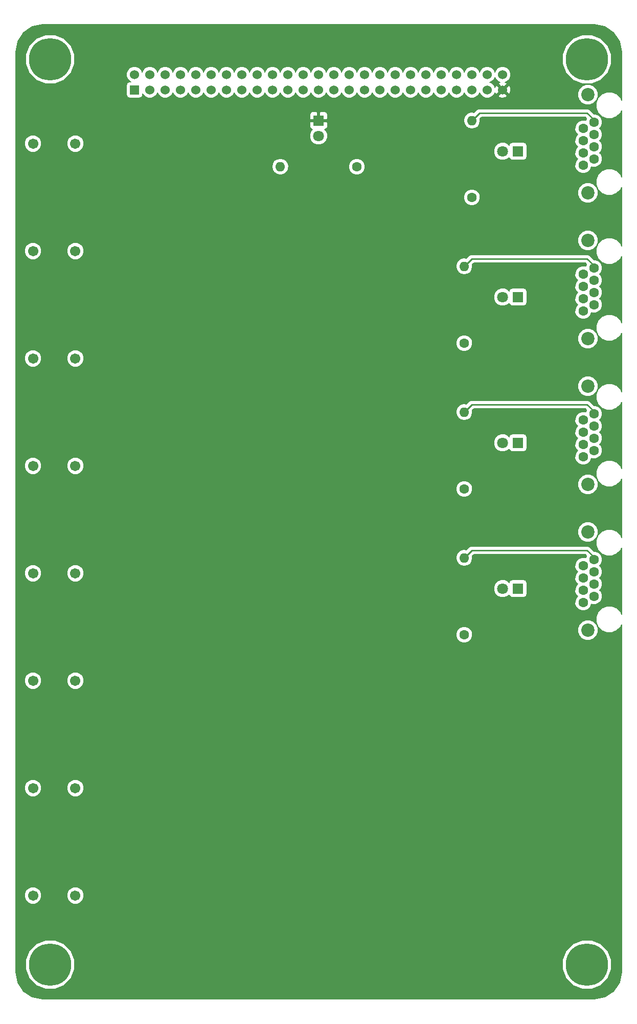
<source format=gbl>
G04 #@! TF.FileFunction,Copper,L2,Bot,Signal*
%FSLAX46Y46*%
G04 Gerber Fmt 4.6, Leading zero omitted, Abs format (unit mm)*
G04 Created by KiCad (PCBNEW 4.0.7) date 06/12/18 17:03:06*
%MOMM*%
%LPD*%
G01*
G04 APERTURE LIST*
%ADD10C,0.150000*%
%ADD11C,2.200000*%
%ADD12C,1.600000*%
%ADD13R,1.524000X1.524000*%
%ADD14C,1.524000*%
%ADD15C,7.000000*%
%ADD16C,1.701800*%
%ADD17R,1.800000X1.800000*%
%ADD18C,1.800000*%
%ADD19O,1.600000X1.600000*%
%ADD20C,1.270000*%
%ADD21C,0.254000*%
%ADD22C,0.152400*%
G04 APERTURE END LIST*
D10*
D11*
X120780000Y-126240000D03*
X120780000Y-109980000D03*
D12*
X121800000Y-118610000D03*
X121800000Y-116580000D03*
X120020000Y-119640000D03*
X120020000Y-117610000D03*
X120020000Y-121670000D03*
X121800000Y-120640000D03*
X120020000Y-115580000D03*
X121800000Y-114550000D03*
D11*
X120780000Y-102110000D03*
X120780000Y-85850000D03*
D12*
X121800000Y-94480000D03*
X121800000Y-92450000D03*
X120020000Y-95510000D03*
X120020000Y-93480000D03*
X120020000Y-97540000D03*
X121800000Y-96510000D03*
X120020000Y-91450000D03*
X121800000Y-90420000D03*
D11*
X120780000Y-77980000D03*
X120780000Y-61720000D03*
D12*
X121800000Y-70350000D03*
X121800000Y-68320000D03*
X120020000Y-71380000D03*
X120020000Y-69350000D03*
X120020000Y-73410000D03*
X121800000Y-72380000D03*
X120020000Y-67320000D03*
X121800000Y-66290000D03*
D11*
X120780000Y-53850000D03*
X120780000Y-37590000D03*
D12*
X121800000Y-46220000D03*
X121800000Y-44190000D03*
X120020000Y-47250000D03*
X120020000Y-45220000D03*
X120020000Y-49280000D03*
X121800000Y-48250000D03*
X120020000Y-43190000D03*
X121800000Y-42160000D03*
D13*
X45720000Y-36830000D03*
D14*
X45720000Y-34290000D03*
X48260000Y-36830000D03*
X48260000Y-34290000D03*
X50800000Y-36830000D03*
X50800000Y-34290000D03*
X53340000Y-36830000D03*
X53340000Y-34290000D03*
X55880000Y-36830000D03*
X55880000Y-34290000D03*
X58420000Y-36830000D03*
X58420000Y-34290000D03*
X60960000Y-36830000D03*
X60960000Y-34290000D03*
X63500000Y-36830000D03*
X63500000Y-34290000D03*
X66040000Y-36830000D03*
X66040000Y-34290000D03*
X68580000Y-36830000D03*
X68580000Y-34290000D03*
X71120000Y-36830000D03*
X71120000Y-34290000D03*
X73660000Y-36830000D03*
X73660000Y-34290000D03*
X76200000Y-36830000D03*
X76200000Y-34290000D03*
X78740000Y-36830000D03*
X78740000Y-34290000D03*
X81280000Y-36830000D03*
X81280000Y-34290000D03*
X83820000Y-36830000D03*
X83820000Y-34290000D03*
X86360000Y-36830000D03*
X86360000Y-34290000D03*
X88900000Y-36830000D03*
X88900000Y-34290000D03*
X91440000Y-36830000D03*
X91440000Y-34290000D03*
X93980000Y-36830000D03*
X93980000Y-34290000D03*
X96520000Y-36830000D03*
X96520000Y-34290000D03*
X99060000Y-36830000D03*
X99060000Y-34290000D03*
X101600000Y-36830000D03*
X101600000Y-34290000D03*
X104140000Y-36830000D03*
X104140000Y-34290000D03*
X106680000Y-36830000D03*
X106680000Y-34290000D03*
D15*
X120650000Y-181610000D03*
X31750000Y-181610000D03*
X120650000Y-31750000D03*
X31750000Y-31750000D03*
D16*
X35915600Y-170180000D03*
X28905200Y-170180000D03*
X35915600Y-152400000D03*
X28905200Y-152400000D03*
X35915600Y-134620000D03*
X28905200Y-134620000D03*
X35915600Y-116840000D03*
X28905200Y-116840000D03*
X35915600Y-99060000D03*
X28905200Y-99060000D03*
X35915600Y-81280000D03*
X28905200Y-81280000D03*
X35915600Y-63500000D03*
X28905200Y-63500000D03*
X35915600Y-45720000D03*
X28905200Y-45720000D03*
D17*
X109220000Y-46990000D03*
D18*
X106680000Y-46990000D03*
D17*
X109220000Y-95250000D03*
D18*
X106680000Y-95250000D03*
D17*
X76200000Y-41910000D03*
D18*
X76200000Y-44450000D03*
D17*
X109220000Y-71120000D03*
D18*
X106680000Y-71120000D03*
D17*
X109220000Y-119380000D03*
D18*
X106680000Y-119380000D03*
D12*
X101600000Y-54610000D03*
D19*
X101600000Y-41910000D03*
D12*
X100330000Y-102870000D03*
D19*
X100330000Y-90170000D03*
D12*
X100330000Y-78740000D03*
D19*
X100330000Y-66040000D03*
D12*
X100330000Y-127000000D03*
D19*
X100330000Y-114300000D03*
D12*
X82550000Y-49530000D03*
D19*
X69850000Y-49530000D03*
D20*
X27940000Y-176530000D03*
X27940000Y-158750000D03*
X27940000Y-140970000D03*
X27940000Y-123190000D03*
X27940000Y-105410000D03*
X27940000Y-87630000D03*
X27940000Y-69850000D03*
X27940000Y-52070000D03*
D21*
X121800000Y-42160000D02*
X121800000Y-41790000D01*
X121800000Y-41790000D02*
X120650000Y-40640000D01*
X120650000Y-40640000D02*
X102870000Y-40640000D01*
X102870000Y-40640000D02*
X101600000Y-41910000D01*
X121800000Y-90420000D02*
X121800000Y-90050000D01*
X121800000Y-90050000D02*
X120650000Y-88900000D01*
X120650000Y-88900000D02*
X101600000Y-88900000D01*
X101600000Y-88900000D02*
X100330000Y-90170000D01*
X121800000Y-66290000D02*
X121800000Y-65920000D01*
X121800000Y-65920000D02*
X120650000Y-64770000D01*
X120650000Y-64770000D02*
X101600000Y-64770000D01*
X101600000Y-64770000D02*
X100330000Y-66040000D01*
X121800000Y-114550000D02*
X121800000Y-114180000D01*
X121800000Y-114180000D02*
X120650000Y-113030000D01*
X120650000Y-113030000D02*
X101600000Y-113030000D01*
X101600000Y-113030000D02*
X100330000Y-114300000D01*
D22*
G36*
X123619886Y-26376117D02*
X125060976Y-27339024D01*
X126023883Y-28780116D01*
X126374270Y-30541630D01*
X126374270Y-38529151D01*
X126207175Y-38124749D01*
X125588508Y-37505002D01*
X124779767Y-37169183D01*
X123904075Y-37168419D01*
X123094749Y-37502825D01*
X122475002Y-38121492D01*
X122139183Y-38930233D01*
X122138419Y-39805925D01*
X122472825Y-40615251D01*
X123091492Y-41234998D01*
X123900233Y-41570817D01*
X124775925Y-41571581D01*
X125585251Y-41237175D01*
X126204998Y-40618508D01*
X126374270Y-40210856D01*
X126374270Y-51229151D01*
X126207175Y-50824749D01*
X125588508Y-50205002D01*
X124779767Y-49869183D01*
X123904075Y-49868419D01*
X123094749Y-50202825D01*
X122475002Y-50821492D01*
X122139183Y-51630233D01*
X122138419Y-52505925D01*
X122472825Y-53315251D01*
X123091492Y-53934998D01*
X123900233Y-54270817D01*
X124775925Y-54271581D01*
X125585251Y-53937175D01*
X126204998Y-53318508D01*
X126374270Y-52910856D01*
X126374270Y-62659151D01*
X126207175Y-62254749D01*
X125588508Y-61635002D01*
X124779767Y-61299183D01*
X123904075Y-61298419D01*
X123094749Y-61632825D01*
X122475002Y-62251492D01*
X122139183Y-63060233D01*
X122138419Y-63935925D01*
X122472825Y-64745251D01*
X123091492Y-65364998D01*
X123900233Y-65700817D01*
X124775925Y-65701581D01*
X125585251Y-65367175D01*
X126204998Y-64748508D01*
X126374270Y-64340856D01*
X126374270Y-75359151D01*
X126207175Y-74954749D01*
X125588508Y-74335002D01*
X124779767Y-73999183D01*
X123904075Y-73998419D01*
X123094749Y-74332825D01*
X122475002Y-74951492D01*
X122139183Y-75760233D01*
X122138419Y-76635925D01*
X122472825Y-77445251D01*
X123091492Y-78064998D01*
X123900233Y-78400817D01*
X124775925Y-78401581D01*
X125585251Y-78067175D01*
X126204998Y-77448508D01*
X126374270Y-77040856D01*
X126374270Y-86789151D01*
X126207175Y-86384749D01*
X125588508Y-85765002D01*
X124779767Y-85429183D01*
X123904075Y-85428419D01*
X123094749Y-85762825D01*
X122475002Y-86381492D01*
X122139183Y-87190233D01*
X122138419Y-88065925D01*
X122472825Y-88875251D01*
X123091492Y-89494998D01*
X123900233Y-89830817D01*
X124775925Y-89831581D01*
X125585251Y-89497175D01*
X126204998Y-88878508D01*
X126374270Y-88470856D01*
X126374270Y-99489151D01*
X126207175Y-99084749D01*
X125588508Y-98465002D01*
X124779767Y-98129183D01*
X123904075Y-98128419D01*
X123094749Y-98462825D01*
X122475002Y-99081492D01*
X122139183Y-99890233D01*
X122138419Y-100765925D01*
X122472825Y-101575251D01*
X123091492Y-102194998D01*
X123900233Y-102530817D01*
X124775925Y-102531581D01*
X125585251Y-102197175D01*
X126204998Y-101578508D01*
X126374270Y-101170856D01*
X126374270Y-110919151D01*
X126207175Y-110514749D01*
X125588508Y-109895002D01*
X124779767Y-109559183D01*
X123904075Y-109558419D01*
X123094749Y-109892825D01*
X122475002Y-110511492D01*
X122139183Y-111320233D01*
X122138419Y-112195925D01*
X122472825Y-113005251D01*
X123091492Y-113624998D01*
X123900233Y-113960817D01*
X124775925Y-113961581D01*
X125585251Y-113627175D01*
X126204998Y-113008508D01*
X126374270Y-112600856D01*
X126374270Y-123619151D01*
X126207175Y-123214749D01*
X125588508Y-122595002D01*
X124779767Y-122259183D01*
X123904075Y-122258419D01*
X123094749Y-122592825D01*
X122475002Y-123211492D01*
X122139183Y-124020233D01*
X122138419Y-124895925D01*
X122472825Y-125705251D01*
X123091492Y-126324998D01*
X123900233Y-126660817D01*
X124775925Y-126661581D01*
X125585251Y-126327175D01*
X126204998Y-125708508D01*
X126374270Y-125300856D01*
X126374270Y-182818370D01*
X126023883Y-184579884D01*
X125060976Y-186020976D01*
X123619886Y-186983883D01*
X121858370Y-187334270D01*
X30541630Y-187334270D01*
X28780116Y-186983883D01*
X27339024Y-186020976D01*
X26376117Y-184579886D01*
X26025730Y-182818370D01*
X26025730Y-182417249D01*
X27673094Y-182417249D01*
X28292351Y-183915965D01*
X29438004Y-185063619D01*
X30935637Y-185685490D01*
X32557249Y-185686906D01*
X34055965Y-185067649D01*
X35203619Y-183921996D01*
X35825490Y-182424363D01*
X35825496Y-182417249D01*
X116573094Y-182417249D01*
X117192351Y-183915965D01*
X118338004Y-185063619D01*
X119835637Y-185685490D01*
X121457249Y-185686906D01*
X122955965Y-185067649D01*
X124103619Y-183921996D01*
X124725490Y-182424363D01*
X124726906Y-180802751D01*
X124107649Y-179304035D01*
X122961996Y-178156381D01*
X121464363Y-177534510D01*
X119842751Y-177533094D01*
X118344035Y-178152351D01*
X117196381Y-179298004D01*
X116574510Y-180795637D01*
X116573094Y-182417249D01*
X35825496Y-182417249D01*
X35826906Y-180802751D01*
X35207649Y-179304035D01*
X34061996Y-178156381D01*
X32564363Y-177534510D01*
X30942751Y-177533094D01*
X29444035Y-178152351D01*
X28296381Y-179298004D01*
X27674510Y-180795637D01*
X27673094Y-182417249D01*
X26025730Y-182417249D01*
X26025730Y-170462622D01*
X27477852Y-170462622D01*
X27694658Y-170987331D01*
X28095757Y-171389131D01*
X28620087Y-171606852D01*
X29187822Y-171607348D01*
X29712531Y-171390542D01*
X30114331Y-170989443D01*
X30332052Y-170465113D01*
X30332054Y-170462622D01*
X34488252Y-170462622D01*
X34705058Y-170987331D01*
X35106157Y-171389131D01*
X35630487Y-171606852D01*
X36198222Y-171607348D01*
X36722931Y-171390542D01*
X37124731Y-170989443D01*
X37342452Y-170465113D01*
X37342948Y-169897378D01*
X37126142Y-169372669D01*
X36725043Y-168970869D01*
X36200713Y-168753148D01*
X35632978Y-168752652D01*
X35108269Y-168969458D01*
X34706469Y-169370557D01*
X34488748Y-169894887D01*
X34488252Y-170462622D01*
X30332054Y-170462622D01*
X30332548Y-169897378D01*
X30115742Y-169372669D01*
X29714643Y-168970869D01*
X29190313Y-168753148D01*
X28622578Y-168752652D01*
X28097869Y-168969458D01*
X27696069Y-169370557D01*
X27478348Y-169894887D01*
X27477852Y-170462622D01*
X26025730Y-170462622D01*
X26025730Y-152682622D01*
X27477852Y-152682622D01*
X27694658Y-153207331D01*
X28095757Y-153609131D01*
X28620087Y-153826852D01*
X29187822Y-153827348D01*
X29712531Y-153610542D01*
X30114331Y-153209443D01*
X30332052Y-152685113D01*
X30332054Y-152682622D01*
X34488252Y-152682622D01*
X34705058Y-153207331D01*
X35106157Y-153609131D01*
X35630487Y-153826852D01*
X36198222Y-153827348D01*
X36722931Y-153610542D01*
X37124731Y-153209443D01*
X37342452Y-152685113D01*
X37342948Y-152117378D01*
X37126142Y-151592669D01*
X36725043Y-151190869D01*
X36200713Y-150973148D01*
X35632978Y-150972652D01*
X35108269Y-151189458D01*
X34706469Y-151590557D01*
X34488748Y-152114887D01*
X34488252Y-152682622D01*
X30332054Y-152682622D01*
X30332548Y-152117378D01*
X30115742Y-151592669D01*
X29714643Y-151190869D01*
X29190313Y-150973148D01*
X28622578Y-150972652D01*
X28097869Y-151189458D01*
X27696069Y-151590557D01*
X27478348Y-152114887D01*
X27477852Y-152682622D01*
X26025730Y-152682622D01*
X26025730Y-134902622D01*
X27477852Y-134902622D01*
X27694658Y-135427331D01*
X28095757Y-135829131D01*
X28620087Y-136046852D01*
X29187822Y-136047348D01*
X29712531Y-135830542D01*
X30114331Y-135429443D01*
X30332052Y-134905113D01*
X30332054Y-134902622D01*
X34488252Y-134902622D01*
X34705058Y-135427331D01*
X35106157Y-135829131D01*
X35630487Y-136046852D01*
X36198222Y-136047348D01*
X36722931Y-135830542D01*
X37124731Y-135429443D01*
X37342452Y-134905113D01*
X37342948Y-134337378D01*
X37126142Y-133812669D01*
X36725043Y-133410869D01*
X36200713Y-133193148D01*
X35632978Y-133192652D01*
X35108269Y-133409458D01*
X34706469Y-133810557D01*
X34488748Y-134334887D01*
X34488252Y-134902622D01*
X30332054Y-134902622D01*
X30332548Y-134337378D01*
X30115742Y-133812669D01*
X29714643Y-133410869D01*
X29190313Y-133193148D01*
X28622578Y-133192652D01*
X28097869Y-133409458D01*
X27696069Y-133810557D01*
X27478348Y-134334887D01*
X27477852Y-134902622D01*
X26025730Y-134902622D01*
X26025730Y-127272542D01*
X98953562Y-127272542D01*
X99162634Y-127778536D01*
X99549428Y-128166005D01*
X100055056Y-128375960D01*
X100602542Y-128376438D01*
X101108536Y-128167366D01*
X101496005Y-127780572D01*
X101705960Y-127274944D01*
X101706438Y-126727458D01*
X101642186Y-126571954D01*
X119103509Y-126571954D01*
X119358158Y-127188251D01*
X119829269Y-127660185D01*
X120445120Y-127915909D01*
X121111954Y-127916491D01*
X121728251Y-127661842D01*
X122200185Y-127190731D01*
X122455909Y-126574880D01*
X122456491Y-125908046D01*
X122201842Y-125291749D01*
X121730731Y-124819815D01*
X121114880Y-124564091D01*
X120448046Y-124563509D01*
X119831749Y-124818158D01*
X119359815Y-125289269D01*
X119104091Y-125905120D01*
X119103509Y-126571954D01*
X101642186Y-126571954D01*
X101497366Y-126221464D01*
X101110572Y-125833995D01*
X100604944Y-125624040D01*
X100057458Y-125623562D01*
X99551464Y-125832634D01*
X99163995Y-126219428D01*
X98954040Y-126725056D01*
X98953562Y-127272542D01*
X26025730Y-127272542D01*
X26025730Y-119672346D01*
X105203545Y-119672346D01*
X105427809Y-120215107D01*
X105842708Y-120630731D01*
X106385078Y-120855943D01*
X106972346Y-120856455D01*
X107515107Y-120632191D01*
X107753923Y-120393791D01*
X107772690Y-120493527D01*
X107898884Y-120689638D01*
X108091434Y-120821202D01*
X108320000Y-120867488D01*
X110120000Y-120867488D01*
X110333527Y-120827310D01*
X110529638Y-120701116D01*
X110661202Y-120508566D01*
X110707488Y-120280000D01*
X110707488Y-118480000D01*
X110667310Y-118266473D01*
X110541116Y-118070362D01*
X110348566Y-117938798D01*
X110120000Y-117892512D01*
X108320000Y-117892512D01*
X108106473Y-117932690D01*
X107910362Y-118058884D01*
X107778798Y-118251434D01*
X107755262Y-118367655D01*
X107517292Y-118129269D01*
X106974922Y-117904057D01*
X106387654Y-117903545D01*
X105844893Y-118127809D01*
X105429269Y-118542708D01*
X105204057Y-119085078D01*
X105203545Y-119672346D01*
X26025730Y-119672346D01*
X26025730Y-117122622D01*
X27477852Y-117122622D01*
X27694658Y-117647331D01*
X28095757Y-118049131D01*
X28620087Y-118266852D01*
X29187822Y-118267348D01*
X29712531Y-118050542D01*
X30114331Y-117649443D01*
X30332052Y-117125113D01*
X30332054Y-117122622D01*
X34488252Y-117122622D01*
X34705058Y-117647331D01*
X35106157Y-118049131D01*
X35630487Y-118266852D01*
X36198222Y-118267348D01*
X36722931Y-118050542D01*
X37124731Y-117649443D01*
X37342452Y-117125113D01*
X37342948Y-116557378D01*
X37126142Y-116032669D01*
X36725043Y-115630869D01*
X36200713Y-115413148D01*
X35632978Y-115412652D01*
X35108269Y-115629458D01*
X34706469Y-116030557D01*
X34488748Y-116554887D01*
X34488252Y-117122622D01*
X30332054Y-117122622D01*
X30332548Y-116557378D01*
X30115742Y-116032669D01*
X29714643Y-115630869D01*
X29190313Y-115413148D01*
X28622578Y-115412652D01*
X28097869Y-115629458D01*
X27696069Y-116030557D01*
X27478348Y-116554887D01*
X27477852Y-117122622D01*
X26025730Y-117122622D01*
X26025730Y-114273039D01*
X98953800Y-114273039D01*
X98953800Y-114326961D01*
X99058557Y-114853610D01*
X99356880Y-115300081D01*
X99803351Y-115598404D01*
X100330000Y-115703161D01*
X100856649Y-115598404D01*
X101303120Y-115300081D01*
X101601443Y-114853610D01*
X101706200Y-114326961D01*
X101706200Y-114273039D01*
X101647341Y-113977134D01*
X101891275Y-113733200D01*
X120358726Y-113733200D01*
X120563859Y-113938334D01*
X120430206Y-114260206D01*
X120294944Y-114204040D01*
X119747458Y-114203562D01*
X119241464Y-114412634D01*
X118853995Y-114799428D01*
X118644040Y-115305056D01*
X118643562Y-115852542D01*
X118852634Y-116358536D01*
X119088759Y-116595073D01*
X118853995Y-116829428D01*
X118644040Y-117335056D01*
X118643562Y-117882542D01*
X118852634Y-118388536D01*
X119088759Y-118625073D01*
X118853995Y-118859428D01*
X118644040Y-119365056D01*
X118643562Y-119912542D01*
X118852634Y-120418536D01*
X119088759Y-120655073D01*
X118853995Y-120889428D01*
X118644040Y-121395056D01*
X118643562Y-121942542D01*
X118852634Y-122448536D01*
X119239428Y-122836005D01*
X119745056Y-123045960D01*
X120292542Y-123046438D01*
X120798536Y-122837366D01*
X121186005Y-122450572D01*
X121389794Y-121959794D01*
X121525056Y-122015960D01*
X122072542Y-122016438D01*
X122578536Y-121807366D01*
X122966005Y-121420572D01*
X123175960Y-120914944D01*
X123176438Y-120367458D01*
X122967366Y-119861464D01*
X122731241Y-119624927D01*
X122966005Y-119390572D01*
X123175960Y-118884944D01*
X123176438Y-118337458D01*
X122967366Y-117831464D01*
X122731241Y-117594927D01*
X122966005Y-117360572D01*
X123175960Y-116854944D01*
X123176438Y-116307458D01*
X122967366Y-115801464D01*
X122731241Y-115564927D01*
X122966005Y-115330572D01*
X123175960Y-114824944D01*
X123176438Y-114277458D01*
X122967366Y-113771464D01*
X122580572Y-113383995D01*
X122074944Y-113174040D01*
X121788264Y-113173790D01*
X121147237Y-112532763D01*
X120919103Y-112380328D01*
X120650000Y-112326800D01*
X101600000Y-112326800D01*
X101330897Y-112380328D01*
X101102762Y-112532763D01*
X100670881Y-112964644D01*
X100330000Y-112896839D01*
X99803351Y-113001596D01*
X99356880Y-113299919D01*
X99058557Y-113746390D01*
X98953800Y-114273039D01*
X26025730Y-114273039D01*
X26025730Y-110311954D01*
X119103509Y-110311954D01*
X119358158Y-110928251D01*
X119829269Y-111400185D01*
X120445120Y-111655909D01*
X121111954Y-111656491D01*
X121728251Y-111401842D01*
X122200185Y-110930731D01*
X122455909Y-110314880D01*
X122456491Y-109648046D01*
X122201842Y-109031749D01*
X121730731Y-108559815D01*
X121114880Y-108304091D01*
X120448046Y-108303509D01*
X119831749Y-108558158D01*
X119359815Y-109029269D01*
X119104091Y-109645120D01*
X119103509Y-110311954D01*
X26025730Y-110311954D01*
X26025730Y-103142542D01*
X98953562Y-103142542D01*
X99162634Y-103648536D01*
X99549428Y-104036005D01*
X100055056Y-104245960D01*
X100602542Y-104246438D01*
X101108536Y-104037366D01*
X101496005Y-103650572D01*
X101705960Y-103144944D01*
X101706438Y-102597458D01*
X101642186Y-102441954D01*
X119103509Y-102441954D01*
X119358158Y-103058251D01*
X119829269Y-103530185D01*
X120445120Y-103785909D01*
X121111954Y-103786491D01*
X121728251Y-103531842D01*
X122200185Y-103060731D01*
X122455909Y-102444880D01*
X122456491Y-101778046D01*
X122201842Y-101161749D01*
X121730731Y-100689815D01*
X121114880Y-100434091D01*
X120448046Y-100433509D01*
X119831749Y-100688158D01*
X119359815Y-101159269D01*
X119104091Y-101775120D01*
X119103509Y-102441954D01*
X101642186Y-102441954D01*
X101497366Y-102091464D01*
X101110572Y-101703995D01*
X100604944Y-101494040D01*
X100057458Y-101493562D01*
X99551464Y-101702634D01*
X99163995Y-102089428D01*
X98954040Y-102595056D01*
X98953562Y-103142542D01*
X26025730Y-103142542D01*
X26025730Y-99342622D01*
X27477852Y-99342622D01*
X27694658Y-99867331D01*
X28095757Y-100269131D01*
X28620087Y-100486852D01*
X29187822Y-100487348D01*
X29712531Y-100270542D01*
X30114331Y-99869443D01*
X30332052Y-99345113D01*
X30332054Y-99342622D01*
X34488252Y-99342622D01*
X34705058Y-99867331D01*
X35106157Y-100269131D01*
X35630487Y-100486852D01*
X36198222Y-100487348D01*
X36722931Y-100270542D01*
X37124731Y-99869443D01*
X37342452Y-99345113D01*
X37342948Y-98777378D01*
X37126142Y-98252669D01*
X36725043Y-97850869D01*
X36200713Y-97633148D01*
X35632978Y-97632652D01*
X35108269Y-97849458D01*
X34706469Y-98250557D01*
X34488748Y-98774887D01*
X34488252Y-99342622D01*
X30332054Y-99342622D01*
X30332548Y-98777378D01*
X30115742Y-98252669D01*
X29714643Y-97850869D01*
X29190313Y-97633148D01*
X28622578Y-97632652D01*
X28097869Y-97849458D01*
X27696069Y-98250557D01*
X27478348Y-98774887D01*
X27477852Y-99342622D01*
X26025730Y-99342622D01*
X26025730Y-95542346D01*
X105203545Y-95542346D01*
X105427809Y-96085107D01*
X105842708Y-96500731D01*
X106385078Y-96725943D01*
X106972346Y-96726455D01*
X107515107Y-96502191D01*
X107753923Y-96263791D01*
X107772690Y-96363527D01*
X107898884Y-96559638D01*
X108091434Y-96691202D01*
X108320000Y-96737488D01*
X110120000Y-96737488D01*
X110333527Y-96697310D01*
X110529638Y-96571116D01*
X110661202Y-96378566D01*
X110707488Y-96150000D01*
X110707488Y-94350000D01*
X110667310Y-94136473D01*
X110541116Y-93940362D01*
X110348566Y-93808798D01*
X110120000Y-93762512D01*
X108320000Y-93762512D01*
X108106473Y-93802690D01*
X107910362Y-93928884D01*
X107778798Y-94121434D01*
X107755262Y-94237655D01*
X107517292Y-93999269D01*
X106974922Y-93774057D01*
X106387654Y-93773545D01*
X105844893Y-93997809D01*
X105429269Y-94412708D01*
X105204057Y-94955078D01*
X105203545Y-95542346D01*
X26025730Y-95542346D01*
X26025730Y-90143039D01*
X98953800Y-90143039D01*
X98953800Y-90196961D01*
X99058557Y-90723610D01*
X99356880Y-91170081D01*
X99803351Y-91468404D01*
X100330000Y-91573161D01*
X100856649Y-91468404D01*
X101303120Y-91170081D01*
X101601443Y-90723610D01*
X101706200Y-90196961D01*
X101706200Y-90143039D01*
X101647341Y-89847134D01*
X101891275Y-89603200D01*
X120358726Y-89603200D01*
X120563859Y-89808334D01*
X120430206Y-90130206D01*
X120294944Y-90074040D01*
X119747458Y-90073562D01*
X119241464Y-90282634D01*
X118853995Y-90669428D01*
X118644040Y-91175056D01*
X118643562Y-91722542D01*
X118852634Y-92228536D01*
X119088759Y-92465073D01*
X118853995Y-92699428D01*
X118644040Y-93205056D01*
X118643562Y-93752542D01*
X118852634Y-94258536D01*
X119088759Y-94495073D01*
X118853995Y-94729428D01*
X118644040Y-95235056D01*
X118643562Y-95782542D01*
X118852634Y-96288536D01*
X119088759Y-96525073D01*
X118853995Y-96759428D01*
X118644040Y-97265056D01*
X118643562Y-97812542D01*
X118852634Y-98318536D01*
X119239428Y-98706005D01*
X119745056Y-98915960D01*
X120292542Y-98916438D01*
X120798536Y-98707366D01*
X121186005Y-98320572D01*
X121389794Y-97829794D01*
X121525056Y-97885960D01*
X122072542Y-97886438D01*
X122578536Y-97677366D01*
X122966005Y-97290572D01*
X123175960Y-96784944D01*
X123176438Y-96237458D01*
X122967366Y-95731464D01*
X122731241Y-95494927D01*
X122966005Y-95260572D01*
X123175960Y-94754944D01*
X123176438Y-94207458D01*
X122967366Y-93701464D01*
X122731241Y-93464927D01*
X122966005Y-93230572D01*
X123175960Y-92724944D01*
X123176438Y-92177458D01*
X122967366Y-91671464D01*
X122731241Y-91434927D01*
X122966005Y-91200572D01*
X123175960Y-90694944D01*
X123176438Y-90147458D01*
X122967366Y-89641464D01*
X122580572Y-89253995D01*
X122074944Y-89044040D01*
X121788264Y-89043790D01*
X121147237Y-88402763D01*
X120919103Y-88250328D01*
X120650000Y-88196800D01*
X101600000Y-88196800D01*
X101330897Y-88250328D01*
X101102762Y-88402763D01*
X100670881Y-88834644D01*
X100330000Y-88766839D01*
X99803351Y-88871596D01*
X99356880Y-89169919D01*
X99058557Y-89616390D01*
X98953800Y-90143039D01*
X26025730Y-90143039D01*
X26025730Y-86181954D01*
X119103509Y-86181954D01*
X119358158Y-86798251D01*
X119829269Y-87270185D01*
X120445120Y-87525909D01*
X121111954Y-87526491D01*
X121728251Y-87271842D01*
X122200185Y-86800731D01*
X122455909Y-86184880D01*
X122456491Y-85518046D01*
X122201842Y-84901749D01*
X121730731Y-84429815D01*
X121114880Y-84174091D01*
X120448046Y-84173509D01*
X119831749Y-84428158D01*
X119359815Y-84899269D01*
X119104091Y-85515120D01*
X119103509Y-86181954D01*
X26025730Y-86181954D01*
X26025730Y-81562622D01*
X27477852Y-81562622D01*
X27694658Y-82087331D01*
X28095757Y-82489131D01*
X28620087Y-82706852D01*
X29187822Y-82707348D01*
X29712531Y-82490542D01*
X30114331Y-82089443D01*
X30332052Y-81565113D01*
X30332054Y-81562622D01*
X34488252Y-81562622D01*
X34705058Y-82087331D01*
X35106157Y-82489131D01*
X35630487Y-82706852D01*
X36198222Y-82707348D01*
X36722931Y-82490542D01*
X37124731Y-82089443D01*
X37342452Y-81565113D01*
X37342948Y-80997378D01*
X37126142Y-80472669D01*
X36725043Y-80070869D01*
X36200713Y-79853148D01*
X35632978Y-79852652D01*
X35108269Y-80069458D01*
X34706469Y-80470557D01*
X34488748Y-80994887D01*
X34488252Y-81562622D01*
X30332054Y-81562622D01*
X30332548Y-80997378D01*
X30115742Y-80472669D01*
X29714643Y-80070869D01*
X29190313Y-79853148D01*
X28622578Y-79852652D01*
X28097869Y-80069458D01*
X27696069Y-80470557D01*
X27478348Y-80994887D01*
X27477852Y-81562622D01*
X26025730Y-81562622D01*
X26025730Y-79012542D01*
X98953562Y-79012542D01*
X99162634Y-79518536D01*
X99549428Y-79906005D01*
X100055056Y-80115960D01*
X100602542Y-80116438D01*
X101108536Y-79907366D01*
X101496005Y-79520572D01*
X101705960Y-79014944D01*
X101706438Y-78467458D01*
X101642186Y-78311954D01*
X119103509Y-78311954D01*
X119358158Y-78928251D01*
X119829269Y-79400185D01*
X120445120Y-79655909D01*
X121111954Y-79656491D01*
X121728251Y-79401842D01*
X122200185Y-78930731D01*
X122455909Y-78314880D01*
X122456491Y-77648046D01*
X122201842Y-77031749D01*
X121730731Y-76559815D01*
X121114880Y-76304091D01*
X120448046Y-76303509D01*
X119831749Y-76558158D01*
X119359815Y-77029269D01*
X119104091Y-77645120D01*
X119103509Y-78311954D01*
X101642186Y-78311954D01*
X101497366Y-77961464D01*
X101110572Y-77573995D01*
X100604944Y-77364040D01*
X100057458Y-77363562D01*
X99551464Y-77572634D01*
X99163995Y-77959428D01*
X98954040Y-78465056D01*
X98953562Y-79012542D01*
X26025730Y-79012542D01*
X26025730Y-71412346D01*
X105203545Y-71412346D01*
X105427809Y-71955107D01*
X105842708Y-72370731D01*
X106385078Y-72595943D01*
X106972346Y-72596455D01*
X107515107Y-72372191D01*
X107753923Y-72133791D01*
X107772690Y-72233527D01*
X107898884Y-72429638D01*
X108091434Y-72561202D01*
X108320000Y-72607488D01*
X110120000Y-72607488D01*
X110333527Y-72567310D01*
X110529638Y-72441116D01*
X110661202Y-72248566D01*
X110707488Y-72020000D01*
X110707488Y-70220000D01*
X110667310Y-70006473D01*
X110541116Y-69810362D01*
X110348566Y-69678798D01*
X110120000Y-69632512D01*
X108320000Y-69632512D01*
X108106473Y-69672690D01*
X107910362Y-69798884D01*
X107778798Y-69991434D01*
X107755262Y-70107655D01*
X107517292Y-69869269D01*
X106974922Y-69644057D01*
X106387654Y-69643545D01*
X105844893Y-69867809D01*
X105429269Y-70282708D01*
X105204057Y-70825078D01*
X105203545Y-71412346D01*
X26025730Y-71412346D01*
X26025730Y-66013039D01*
X98953800Y-66013039D01*
X98953800Y-66066961D01*
X99058557Y-66593610D01*
X99356880Y-67040081D01*
X99803351Y-67338404D01*
X100330000Y-67443161D01*
X100856649Y-67338404D01*
X101303120Y-67040081D01*
X101601443Y-66593610D01*
X101706200Y-66066961D01*
X101706200Y-66013039D01*
X101647341Y-65717134D01*
X101891275Y-65473200D01*
X120358726Y-65473200D01*
X120563859Y-65678334D01*
X120430206Y-66000206D01*
X120294944Y-65944040D01*
X119747458Y-65943562D01*
X119241464Y-66152634D01*
X118853995Y-66539428D01*
X118644040Y-67045056D01*
X118643562Y-67592542D01*
X118852634Y-68098536D01*
X119088759Y-68335073D01*
X118853995Y-68569428D01*
X118644040Y-69075056D01*
X118643562Y-69622542D01*
X118852634Y-70128536D01*
X119088759Y-70365073D01*
X118853995Y-70599428D01*
X118644040Y-71105056D01*
X118643562Y-71652542D01*
X118852634Y-72158536D01*
X119088759Y-72395073D01*
X118853995Y-72629428D01*
X118644040Y-73135056D01*
X118643562Y-73682542D01*
X118852634Y-74188536D01*
X119239428Y-74576005D01*
X119745056Y-74785960D01*
X120292542Y-74786438D01*
X120798536Y-74577366D01*
X121186005Y-74190572D01*
X121389794Y-73699794D01*
X121525056Y-73755960D01*
X122072542Y-73756438D01*
X122578536Y-73547366D01*
X122966005Y-73160572D01*
X123175960Y-72654944D01*
X123176438Y-72107458D01*
X122967366Y-71601464D01*
X122731241Y-71364927D01*
X122966005Y-71130572D01*
X123175960Y-70624944D01*
X123176438Y-70077458D01*
X122967366Y-69571464D01*
X122731241Y-69334927D01*
X122966005Y-69100572D01*
X123175960Y-68594944D01*
X123176438Y-68047458D01*
X122967366Y-67541464D01*
X122731241Y-67304927D01*
X122966005Y-67070572D01*
X123175960Y-66564944D01*
X123176438Y-66017458D01*
X122967366Y-65511464D01*
X122580572Y-65123995D01*
X122074944Y-64914040D01*
X121788264Y-64913790D01*
X121147237Y-64272763D01*
X120919103Y-64120328D01*
X120650000Y-64066800D01*
X101600000Y-64066800D01*
X101330897Y-64120328D01*
X101102762Y-64272763D01*
X100670881Y-64704644D01*
X100330000Y-64636839D01*
X99803351Y-64741596D01*
X99356880Y-65039919D01*
X99058557Y-65486390D01*
X98953800Y-66013039D01*
X26025730Y-66013039D01*
X26025730Y-63782622D01*
X27477852Y-63782622D01*
X27694658Y-64307331D01*
X28095757Y-64709131D01*
X28620087Y-64926852D01*
X29187822Y-64927348D01*
X29712531Y-64710542D01*
X30114331Y-64309443D01*
X30332052Y-63785113D01*
X30332054Y-63782622D01*
X34488252Y-63782622D01*
X34705058Y-64307331D01*
X35106157Y-64709131D01*
X35630487Y-64926852D01*
X36198222Y-64927348D01*
X36722931Y-64710542D01*
X37124731Y-64309443D01*
X37342452Y-63785113D01*
X37342948Y-63217378D01*
X37126142Y-62692669D01*
X36725043Y-62290869D01*
X36200713Y-62073148D01*
X35632978Y-62072652D01*
X35108269Y-62289458D01*
X34706469Y-62690557D01*
X34488748Y-63214887D01*
X34488252Y-63782622D01*
X30332054Y-63782622D01*
X30332548Y-63217378D01*
X30115742Y-62692669D01*
X29714643Y-62290869D01*
X29190313Y-62073148D01*
X28622578Y-62072652D01*
X28097869Y-62289458D01*
X27696069Y-62690557D01*
X27478348Y-63214887D01*
X27477852Y-63782622D01*
X26025730Y-63782622D01*
X26025730Y-62051954D01*
X119103509Y-62051954D01*
X119358158Y-62668251D01*
X119829269Y-63140185D01*
X120445120Y-63395909D01*
X121111954Y-63396491D01*
X121728251Y-63141842D01*
X122200185Y-62670731D01*
X122455909Y-62054880D01*
X122456491Y-61388046D01*
X122201842Y-60771749D01*
X121730731Y-60299815D01*
X121114880Y-60044091D01*
X120448046Y-60043509D01*
X119831749Y-60298158D01*
X119359815Y-60769269D01*
X119104091Y-61385120D01*
X119103509Y-62051954D01*
X26025730Y-62051954D01*
X26025730Y-54882542D01*
X100223562Y-54882542D01*
X100432634Y-55388536D01*
X100819428Y-55776005D01*
X101325056Y-55985960D01*
X101872542Y-55986438D01*
X102378536Y-55777366D01*
X102766005Y-55390572D01*
X102975960Y-54884944D01*
X102976438Y-54337458D01*
X102912186Y-54181954D01*
X119103509Y-54181954D01*
X119358158Y-54798251D01*
X119829269Y-55270185D01*
X120445120Y-55525909D01*
X121111954Y-55526491D01*
X121728251Y-55271842D01*
X122200185Y-54800731D01*
X122455909Y-54184880D01*
X122456491Y-53518046D01*
X122201842Y-52901749D01*
X121730731Y-52429815D01*
X121114880Y-52174091D01*
X120448046Y-52173509D01*
X119831749Y-52428158D01*
X119359815Y-52899269D01*
X119104091Y-53515120D01*
X119103509Y-54181954D01*
X102912186Y-54181954D01*
X102767366Y-53831464D01*
X102380572Y-53443995D01*
X101874944Y-53234040D01*
X101327458Y-53233562D01*
X100821464Y-53442634D01*
X100433995Y-53829428D01*
X100224040Y-54335056D01*
X100223562Y-54882542D01*
X26025730Y-54882542D01*
X26025730Y-49530000D01*
X68446839Y-49530000D01*
X68551596Y-50056649D01*
X68849919Y-50503120D01*
X69296390Y-50801443D01*
X69823039Y-50906200D01*
X69876961Y-50906200D01*
X70403610Y-50801443D01*
X70850081Y-50503120D01*
X71148404Y-50056649D01*
X71198949Y-49802542D01*
X81173562Y-49802542D01*
X81382634Y-50308536D01*
X81769428Y-50696005D01*
X82275056Y-50905960D01*
X82822542Y-50906438D01*
X83328536Y-50697366D01*
X83716005Y-50310572D01*
X83925960Y-49804944D01*
X83926438Y-49257458D01*
X83717366Y-48751464D01*
X83330572Y-48363995D01*
X82824944Y-48154040D01*
X82277458Y-48153562D01*
X81771464Y-48362634D01*
X81383995Y-48749428D01*
X81174040Y-49255056D01*
X81173562Y-49802542D01*
X71198949Y-49802542D01*
X71253161Y-49530000D01*
X71148404Y-49003351D01*
X70850081Y-48556880D01*
X70403610Y-48258557D01*
X69876961Y-48153800D01*
X69823039Y-48153800D01*
X69296390Y-48258557D01*
X68849919Y-48556880D01*
X68551596Y-49003351D01*
X68446839Y-49530000D01*
X26025730Y-49530000D01*
X26025730Y-47282346D01*
X105203545Y-47282346D01*
X105427809Y-47825107D01*
X105842708Y-48240731D01*
X106385078Y-48465943D01*
X106972346Y-48466455D01*
X107515107Y-48242191D01*
X107753923Y-48003791D01*
X107772690Y-48103527D01*
X107898884Y-48299638D01*
X108091434Y-48431202D01*
X108320000Y-48477488D01*
X110120000Y-48477488D01*
X110333527Y-48437310D01*
X110529638Y-48311116D01*
X110661202Y-48118566D01*
X110707488Y-47890000D01*
X110707488Y-46090000D01*
X110667310Y-45876473D01*
X110541116Y-45680362D01*
X110348566Y-45548798D01*
X110120000Y-45502512D01*
X108320000Y-45502512D01*
X108106473Y-45542690D01*
X107910362Y-45668884D01*
X107778798Y-45861434D01*
X107755262Y-45977655D01*
X107517292Y-45739269D01*
X106974922Y-45514057D01*
X106387654Y-45513545D01*
X105844893Y-45737809D01*
X105429269Y-46152708D01*
X105204057Y-46695078D01*
X105203545Y-47282346D01*
X26025730Y-47282346D01*
X26025730Y-46002622D01*
X27477852Y-46002622D01*
X27694658Y-46527331D01*
X28095757Y-46929131D01*
X28620087Y-47146852D01*
X29187822Y-47147348D01*
X29712531Y-46930542D01*
X30114331Y-46529443D01*
X30332052Y-46005113D01*
X30332054Y-46002622D01*
X34488252Y-46002622D01*
X34705058Y-46527331D01*
X35106157Y-46929131D01*
X35630487Y-47146852D01*
X36198222Y-47147348D01*
X36722931Y-46930542D01*
X37124731Y-46529443D01*
X37342452Y-46005113D01*
X37342948Y-45437378D01*
X37126142Y-44912669D01*
X36956117Y-44742346D01*
X74723545Y-44742346D01*
X74947809Y-45285107D01*
X75362708Y-45700731D01*
X75905078Y-45925943D01*
X76492346Y-45926455D01*
X77035107Y-45702191D01*
X77450731Y-45287292D01*
X77675943Y-44744922D01*
X77676455Y-44157654D01*
X77452191Y-43614893D01*
X77221181Y-43383480D01*
X77426391Y-43298479D01*
X77588479Y-43136391D01*
X77676200Y-42924613D01*
X77676200Y-42231850D01*
X77532150Y-42087800D01*
X76377800Y-42087800D01*
X76377800Y-42107800D01*
X76022200Y-42107800D01*
X76022200Y-42087800D01*
X74867850Y-42087800D01*
X74723800Y-42231850D01*
X74723800Y-42924613D01*
X74811521Y-43136391D01*
X74973609Y-43298479D01*
X75178875Y-43383503D01*
X74949269Y-43612708D01*
X74724057Y-44155078D01*
X74723545Y-44742346D01*
X36956117Y-44742346D01*
X36725043Y-44510869D01*
X36200713Y-44293148D01*
X35632978Y-44292652D01*
X35108269Y-44509458D01*
X34706469Y-44910557D01*
X34488748Y-45434887D01*
X34488252Y-46002622D01*
X30332054Y-46002622D01*
X30332548Y-45437378D01*
X30115742Y-44912669D01*
X29714643Y-44510869D01*
X29190313Y-44293148D01*
X28622578Y-44292652D01*
X28097869Y-44509458D01*
X27696069Y-44910557D01*
X27478348Y-45434887D01*
X27477852Y-46002622D01*
X26025730Y-46002622D01*
X26025730Y-41883039D01*
X100223800Y-41883039D01*
X100223800Y-41936961D01*
X100328557Y-42463610D01*
X100626880Y-42910081D01*
X101073351Y-43208404D01*
X101600000Y-43313161D01*
X102126649Y-43208404D01*
X102573120Y-42910081D01*
X102871443Y-42463610D01*
X102976200Y-41936961D01*
X102976200Y-41883039D01*
X102917341Y-41587134D01*
X103161275Y-41343200D01*
X120358726Y-41343200D01*
X120563859Y-41548334D01*
X120430206Y-41870206D01*
X120294944Y-41814040D01*
X119747458Y-41813562D01*
X119241464Y-42022634D01*
X118853995Y-42409428D01*
X118644040Y-42915056D01*
X118643562Y-43462542D01*
X118852634Y-43968536D01*
X119088759Y-44205073D01*
X118853995Y-44439428D01*
X118644040Y-44945056D01*
X118643562Y-45492542D01*
X118852634Y-45998536D01*
X119088759Y-46235073D01*
X118853995Y-46469428D01*
X118644040Y-46975056D01*
X118643562Y-47522542D01*
X118852634Y-48028536D01*
X119088759Y-48265073D01*
X118853995Y-48499428D01*
X118644040Y-49005056D01*
X118643562Y-49552542D01*
X118852634Y-50058536D01*
X119239428Y-50446005D01*
X119745056Y-50655960D01*
X120292542Y-50656438D01*
X120798536Y-50447366D01*
X121186005Y-50060572D01*
X121389794Y-49569794D01*
X121525056Y-49625960D01*
X122072542Y-49626438D01*
X122578536Y-49417366D01*
X122966005Y-49030572D01*
X123175960Y-48524944D01*
X123176438Y-47977458D01*
X122967366Y-47471464D01*
X122731241Y-47234927D01*
X122966005Y-47000572D01*
X123175960Y-46494944D01*
X123176438Y-45947458D01*
X122967366Y-45441464D01*
X122731241Y-45204927D01*
X122966005Y-44970572D01*
X123175960Y-44464944D01*
X123176438Y-43917458D01*
X122967366Y-43411464D01*
X122731241Y-43174927D01*
X122966005Y-42940572D01*
X123175960Y-42434944D01*
X123176438Y-41887458D01*
X122967366Y-41381464D01*
X122580572Y-40993995D01*
X122074944Y-40784040D01*
X121788264Y-40783790D01*
X121147237Y-40142763D01*
X120919103Y-39990328D01*
X120650000Y-39936800D01*
X102870000Y-39936800D01*
X102600897Y-39990328D01*
X102372762Y-40142763D01*
X101940881Y-40574644D01*
X101600000Y-40506839D01*
X101073351Y-40611596D01*
X100626880Y-40909919D01*
X100328557Y-41356390D01*
X100223800Y-41883039D01*
X26025730Y-41883039D01*
X26025730Y-40895387D01*
X74723800Y-40895387D01*
X74723800Y-41588150D01*
X74867850Y-41732200D01*
X76022200Y-41732200D01*
X76022200Y-40577850D01*
X76377800Y-40577850D01*
X76377800Y-41732200D01*
X77532150Y-41732200D01*
X77676200Y-41588150D01*
X77676200Y-40895387D01*
X77588479Y-40683609D01*
X77426391Y-40521521D01*
X77214614Y-40433800D01*
X76521850Y-40433800D01*
X76377800Y-40577850D01*
X76022200Y-40577850D01*
X75878150Y-40433800D01*
X75185386Y-40433800D01*
X74973609Y-40521521D01*
X74811521Y-40683609D01*
X74723800Y-40895387D01*
X26025730Y-40895387D01*
X26025730Y-36068000D01*
X44370512Y-36068000D01*
X44370512Y-37592000D01*
X44410690Y-37805527D01*
X44536884Y-38001638D01*
X44729434Y-38133202D01*
X44958000Y-38179488D01*
X46482000Y-38179488D01*
X46695527Y-38139310D01*
X46891638Y-38013116D01*
X47023202Y-37820566D01*
X47069488Y-37592000D01*
X47069488Y-37453010D01*
X47124868Y-37587039D01*
X47500981Y-37963809D01*
X47992648Y-38167967D01*
X48525017Y-38168432D01*
X49017039Y-37965132D01*
X49393809Y-37589019D01*
X49530083Y-37260835D01*
X49664868Y-37587039D01*
X50040981Y-37963809D01*
X50532648Y-38167967D01*
X51065017Y-38168432D01*
X51557039Y-37965132D01*
X51933809Y-37589019D01*
X52070083Y-37260835D01*
X52204868Y-37587039D01*
X52580981Y-37963809D01*
X53072648Y-38167967D01*
X53605017Y-38168432D01*
X54097039Y-37965132D01*
X54473809Y-37589019D01*
X54610083Y-37260835D01*
X54744868Y-37587039D01*
X55120981Y-37963809D01*
X55612648Y-38167967D01*
X56145017Y-38168432D01*
X56637039Y-37965132D01*
X57013809Y-37589019D01*
X57150083Y-37260835D01*
X57284868Y-37587039D01*
X57660981Y-37963809D01*
X58152648Y-38167967D01*
X58685017Y-38168432D01*
X59177039Y-37965132D01*
X59553809Y-37589019D01*
X59690083Y-37260835D01*
X59824868Y-37587039D01*
X60200981Y-37963809D01*
X60692648Y-38167967D01*
X61225017Y-38168432D01*
X61717039Y-37965132D01*
X62093809Y-37589019D01*
X62230083Y-37260835D01*
X62364868Y-37587039D01*
X62740981Y-37963809D01*
X63232648Y-38167967D01*
X63765017Y-38168432D01*
X64257039Y-37965132D01*
X64633809Y-37589019D01*
X64770083Y-37260835D01*
X64904868Y-37587039D01*
X65280981Y-37963809D01*
X65772648Y-38167967D01*
X66305017Y-38168432D01*
X66797039Y-37965132D01*
X67173809Y-37589019D01*
X67310083Y-37260835D01*
X67444868Y-37587039D01*
X67820981Y-37963809D01*
X68312648Y-38167967D01*
X68845017Y-38168432D01*
X69337039Y-37965132D01*
X69713809Y-37589019D01*
X69850083Y-37260835D01*
X69984868Y-37587039D01*
X70360981Y-37963809D01*
X70852648Y-38167967D01*
X71385017Y-38168432D01*
X71877039Y-37965132D01*
X72253809Y-37589019D01*
X72390083Y-37260835D01*
X72524868Y-37587039D01*
X72900981Y-37963809D01*
X73392648Y-38167967D01*
X73925017Y-38168432D01*
X74417039Y-37965132D01*
X74793809Y-37589019D01*
X74930083Y-37260835D01*
X75064868Y-37587039D01*
X75440981Y-37963809D01*
X75932648Y-38167967D01*
X76465017Y-38168432D01*
X76957039Y-37965132D01*
X77333809Y-37589019D01*
X77470083Y-37260835D01*
X77604868Y-37587039D01*
X77980981Y-37963809D01*
X78472648Y-38167967D01*
X79005017Y-38168432D01*
X79497039Y-37965132D01*
X79873809Y-37589019D01*
X80010083Y-37260835D01*
X80144868Y-37587039D01*
X80520981Y-37963809D01*
X81012648Y-38167967D01*
X81545017Y-38168432D01*
X82037039Y-37965132D01*
X82413809Y-37589019D01*
X82550083Y-37260835D01*
X82684868Y-37587039D01*
X83060981Y-37963809D01*
X83552648Y-38167967D01*
X84085017Y-38168432D01*
X84577039Y-37965132D01*
X84953809Y-37589019D01*
X85090083Y-37260835D01*
X85224868Y-37587039D01*
X85600981Y-37963809D01*
X86092648Y-38167967D01*
X86625017Y-38168432D01*
X87117039Y-37965132D01*
X87493809Y-37589019D01*
X87630083Y-37260835D01*
X87764868Y-37587039D01*
X88140981Y-37963809D01*
X88632648Y-38167967D01*
X89165017Y-38168432D01*
X89657039Y-37965132D01*
X90033809Y-37589019D01*
X90170083Y-37260835D01*
X90304868Y-37587039D01*
X90680981Y-37963809D01*
X91172648Y-38167967D01*
X91705017Y-38168432D01*
X92197039Y-37965132D01*
X92573809Y-37589019D01*
X92710083Y-37260835D01*
X92844868Y-37587039D01*
X93220981Y-37963809D01*
X93712648Y-38167967D01*
X94245017Y-38168432D01*
X94737039Y-37965132D01*
X95113809Y-37589019D01*
X95250083Y-37260835D01*
X95384868Y-37587039D01*
X95760981Y-37963809D01*
X96252648Y-38167967D01*
X96785017Y-38168432D01*
X97277039Y-37965132D01*
X97653809Y-37589019D01*
X97790083Y-37260835D01*
X97924868Y-37587039D01*
X98300981Y-37963809D01*
X98792648Y-38167967D01*
X99325017Y-38168432D01*
X99817039Y-37965132D01*
X100193809Y-37589019D01*
X100330083Y-37260835D01*
X100464868Y-37587039D01*
X100840981Y-37963809D01*
X101332648Y-38167967D01*
X101865017Y-38168432D01*
X102357039Y-37965132D01*
X102733809Y-37589019D01*
X102870083Y-37260835D01*
X103004868Y-37587039D01*
X103380981Y-37963809D01*
X103872648Y-38167967D01*
X104405017Y-38168432D01*
X104897039Y-37965132D01*
X105052997Y-37809445D01*
X105952002Y-37809445D01*
X106028697Y-38028933D01*
X106537087Y-38186912D01*
X107067233Y-38138314D01*
X107331303Y-38028933D01*
X107368684Y-37921954D01*
X119103509Y-37921954D01*
X119358158Y-38538251D01*
X119829269Y-39010185D01*
X120445120Y-39265909D01*
X121111954Y-39266491D01*
X121728251Y-39011842D01*
X122200185Y-38540731D01*
X122455909Y-37924880D01*
X122456491Y-37258046D01*
X122201842Y-36641749D01*
X121730731Y-36169815D01*
X121114880Y-35914091D01*
X120448046Y-35913509D01*
X119831749Y-36168158D01*
X119359815Y-36639269D01*
X119104091Y-37255120D01*
X119103509Y-37921954D01*
X107368684Y-37921954D01*
X107407998Y-37809445D01*
X106680000Y-37081447D01*
X105952002Y-37809445D01*
X105052997Y-37809445D01*
X105273809Y-37589019D01*
X105399902Y-37285353D01*
X105481067Y-37481303D01*
X105700555Y-37557998D01*
X106428553Y-36830000D01*
X106931447Y-36830000D01*
X107659445Y-37557998D01*
X107878933Y-37481303D01*
X108036912Y-36972913D01*
X107988314Y-36442767D01*
X107878933Y-36178697D01*
X107659445Y-36102002D01*
X106931447Y-36830000D01*
X106428553Y-36830000D01*
X105700555Y-36102002D01*
X105481067Y-36178697D01*
X105411424Y-36402813D01*
X105275132Y-36072961D01*
X104899019Y-35696191D01*
X104570835Y-35559917D01*
X104897039Y-35425132D01*
X105273809Y-35049019D01*
X105410083Y-34720835D01*
X105544868Y-35047039D01*
X105920981Y-35423809D01*
X106224647Y-35549902D01*
X106028697Y-35631067D01*
X105952002Y-35850555D01*
X106680000Y-36578553D01*
X107407998Y-35850555D01*
X107331303Y-35631067D01*
X107107187Y-35561424D01*
X107437039Y-35425132D01*
X107813809Y-35049019D01*
X108017967Y-34557352D01*
X108018432Y-34024983D01*
X107815132Y-33532961D01*
X107439019Y-33156191D01*
X106947352Y-32952033D01*
X106414983Y-32951568D01*
X105922961Y-33154868D01*
X105546191Y-33530981D01*
X105409917Y-33859165D01*
X105275132Y-33532961D01*
X104899019Y-33156191D01*
X104407352Y-32952033D01*
X103874983Y-32951568D01*
X103382961Y-33154868D01*
X103006191Y-33530981D01*
X102869917Y-33859165D01*
X102735132Y-33532961D01*
X102359019Y-33156191D01*
X101867352Y-32952033D01*
X101334983Y-32951568D01*
X100842961Y-33154868D01*
X100466191Y-33530981D01*
X100329917Y-33859165D01*
X100195132Y-33532961D01*
X99819019Y-33156191D01*
X99327352Y-32952033D01*
X98794983Y-32951568D01*
X98302961Y-33154868D01*
X97926191Y-33530981D01*
X97789917Y-33859165D01*
X97655132Y-33532961D01*
X97279019Y-33156191D01*
X96787352Y-32952033D01*
X96254983Y-32951568D01*
X95762961Y-33154868D01*
X95386191Y-33530981D01*
X95249917Y-33859165D01*
X95115132Y-33532961D01*
X94739019Y-33156191D01*
X94247352Y-32952033D01*
X93714983Y-32951568D01*
X93222961Y-33154868D01*
X92846191Y-33530981D01*
X92709917Y-33859165D01*
X92575132Y-33532961D01*
X92199019Y-33156191D01*
X91707352Y-32952033D01*
X91174983Y-32951568D01*
X90682961Y-33154868D01*
X90306191Y-33530981D01*
X90169917Y-33859165D01*
X90035132Y-33532961D01*
X89659019Y-33156191D01*
X89167352Y-32952033D01*
X88634983Y-32951568D01*
X88142961Y-33154868D01*
X87766191Y-33530981D01*
X87629917Y-33859165D01*
X87495132Y-33532961D01*
X87119019Y-33156191D01*
X86627352Y-32952033D01*
X86094983Y-32951568D01*
X85602961Y-33154868D01*
X85226191Y-33530981D01*
X85089917Y-33859165D01*
X84955132Y-33532961D01*
X84579019Y-33156191D01*
X84087352Y-32952033D01*
X83554983Y-32951568D01*
X83062961Y-33154868D01*
X82686191Y-33530981D01*
X82549917Y-33859165D01*
X82415132Y-33532961D01*
X82039019Y-33156191D01*
X81547352Y-32952033D01*
X81014983Y-32951568D01*
X80522961Y-33154868D01*
X80146191Y-33530981D01*
X80009917Y-33859165D01*
X79875132Y-33532961D01*
X79499019Y-33156191D01*
X79007352Y-32952033D01*
X78474983Y-32951568D01*
X77982961Y-33154868D01*
X77606191Y-33530981D01*
X77469917Y-33859165D01*
X77335132Y-33532961D01*
X76959019Y-33156191D01*
X76467352Y-32952033D01*
X75934983Y-32951568D01*
X75442961Y-33154868D01*
X75066191Y-33530981D01*
X74929917Y-33859165D01*
X74795132Y-33532961D01*
X74419019Y-33156191D01*
X73927352Y-32952033D01*
X73394983Y-32951568D01*
X72902961Y-33154868D01*
X72526191Y-33530981D01*
X72389917Y-33859165D01*
X72255132Y-33532961D01*
X71879019Y-33156191D01*
X71387352Y-32952033D01*
X70854983Y-32951568D01*
X70362961Y-33154868D01*
X69986191Y-33530981D01*
X69849917Y-33859165D01*
X69715132Y-33532961D01*
X69339019Y-33156191D01*
X68847352Y-32952033D01*
X68314983Y-32951568D01*
X67822961Y-33154868D01*
X67446191Y-33530981D01*
X67309917Y-33859165D01*
X67175132Y-33532961D01*
X66799019Y-33156191D01*
X66307352Y-32952033D01*
X65774983Y-32951568D01*
X65282961Y-33154868D01*
X64906191Y-33530981D01*
X64769917Y-33859165D01*
X64635132Y-33532961D01*
X64259019Y-33156191D01*
X63767352Y-32952033D01*
X63234983Y-32951568D01*
X62742961Y-33154868D01*
X62366191Y-33530981D01*
X62229917Y-33859165D01*
X62095132Y-33532961D01*
X61719019Y-33156191D01*
X61227352Y-32952033D01*
X60694983Y-32951568D01*
X60202961Y-33154868D01*
X59826191Y-33530981D01*
X59689917Y-33859165D01*
X59555132Y-33532961D01*
X59179019Y-33156191D01*
X58687352Y-32952033D01*
X58154983Y-32951568D01*
X57662961Y-33154868D01*
X57286191Y-33530981D01*
X57149917Y-33859165D01*
X57015132Y-33532961D01*
X56639019Y-33156191D01*
X56147352Y-32952033D01*
X55614983Y-32951568D01*
X55122961Y-33154868D01*
X54746191Y-33530981D01*
X54609917Y-33859165D01*
X54475132Y-33532961D01*
X54099019Y-33156191D01*
X53607352Y-32952033D01*
X53074983Y-32951568D01*
X52582961Y-33154868D01*
X52206191Y-33530981D01*
X52069917Y-33859165D01*
X51935132Y-33532961D01*
X51559019Y-33156191D01*
X51067352Y-32952033D01*
X50534983Y-32951568D01*
X50042961Y-33154868D01*
X49666191Y-33530981D01*
X49529917Y-33859165D01*
X49395132Y-33532961D01*
X49019019Y-33156191D01*
X48527352Y-32952033D01*
X47994983Y-32951568D01*
X47502961Y-33154868D01*
X47126191Y-33530981D01*
X46989917Y-33859165D01*
X46855132Y-33532961D01*
X46479019Y-33156191D01*
X45987352Y-32952033D01*
X45454983Y-32951568D01*
X44962961Y-33154868D01*
X44586191Y-33530981D01*
X44382033Y-34022648D01*
X44381568Y-34555017D01*
X44584868Y-35047039D01*
X44960981Y-35423809D01*
X45097537Y-35480512D01*
X44958000Y-35480512D01*
X44744473Y-35520690D01*
X44548362Y-35646884D01*
X44416798Y-35839434D01*
X44370512Y-36068000D01*
X26025730Y-36068000D01*
X26025730Y-32557249D01*
X27673094Y-32557249D01*
X28292351Y-34055965D01*
X29438004Y-35203619D01*
X30935637Y-35825490D01*
X32557249Y-35826906D01*
X34055965Y-35207649D01*
X35203619Y-34061996D01*
X35825490Y-32564363D01*
X35825496Y-32557249D01*
X116573094Y-32557249D01*
X117192351Y-34055965D01*
X118338004Y-35203619D01*
X119835637Y-35825490D01*
X121457249Y-35826906D01*
X122955965Y-35207649D01*
X124103619Y-34061996D01*
X124725490Y-32564363D01*
X124726906Y-30942751D01*
X124107649Y-29444035D01*
X122961996Y-28296381D01*
X121464363Y-27674510D01*
X119842751Y-27673094D01*
X118344035Y-28292351D01*
X117196381Y-29438004D01*
X116574510Y-30935637D01*
X116573094Y-32557249D01*
X35825496Y-32557249D01*
X35826906Y-30942751D01*
X35207649Y-29444035D01*
X34061996Y-28296381D01*
X32564363Y-27674510D01*
X30942751Y-27673094D01*
X29444035Y-28292351D01*
X28296381Y-29438004D01*
X27674510Y-30935637D01*
X27673094Y-32557249D01*
X26025730Y-32557249D01*
X26025730Y-30541630D01*
X26376117Y-28780114D01*
X27339024Y-27339024D01*
X28780116Y-26376117D01*
X30541630Y-26025730D01*
X121858370Y-26025730D01*
X123619886Y-26376117D01*
X123619886Y-26376117D01*
G37*
X123619886Y-26376117D02*
X125060976Y-27339024D01*
X126023883Y-28780116D01*
X126374270Y-30541630D01*
X126374270Y-38529151D01*
X126207175Y-38124749D01*
X125588508Y-37505002D01*
X124779767Y-37169183D01*
X123904075Y-37168419D01*
X123094749Y-37502825D01*
X122475002Y-38121492D01*
X122139183Y-38930233D01*
X122138419Y-39805925D01*
X122472825Y-40615251D01*
X123091492Y-41234998D01*
X123900233Y-41570817D01*
X124775925Y-41571581D01*
X125585251Y-41237175D01*
X126204998Y-40618508D01*
X126374270Y-40210856D01*
X126374270Y-51229151D01*
X126207175Y-50824749D01*
X125588508Y-50205002D01*
X124779767Y-49869183D01*
X123904075Y-49868419D01*
X123094749Y-50202825D01*
X122475002Y-50821492D01*
X122139183Y-51630233D01*
X122138419Y-52505925D01*
X122472825Y-53315251D01*
X123091492Y-53934998D01*
X123900233Y-54270817D01*
X124775925Y-54271581D01*
X125585251Y-53937175D01*
X126204998Y-53318508D01*
X126374270Y-52910856D01*
X126374270Y-62659151D01*
X126207175Y-62254749D01*
X125588508Y-61635002D01*
X124779767Y-61299183D01*
X123904075Y-61298419D01*
X123094749Y-61632825D01*
X122475002Y-62251492D01*
X122139183Y-63060233D01*
X122138419Y-63935925D01*
X122472825Y-64745251D01*
X123091492Y-65364998D01*
X123900233Y-65700817D01*
X124775925Y-65701581D01*
X125585251Y-65367175D01*
X126204998Y-64748508D01*
X126374270Y-64340856D01*
X126374270Y-75359151D01*
X126207175Y-74954749D01*
X125588508Y-74335002D01*
X124779767Y-73999183D01*
X123904075Y-73998419D01*
X123094749Y-74332825D01*
X122475002Y-74951492D01*
X122139183Y-75760233D01*
X122138419Y-76635925D01*
X122472825Y-77445251D01*
X123091492Y-78064998D01*
X123900233Y-78400817D01*
X124775925Y-78401581D01*
X125585251Y-78067175D01*
X126204998Y-77448508D01*
X126374270Y-77040856D01*
X126374270Y-86789151D01*
X126207175Y-86384749D01*
X125588508Y-85765002D01*
X124779767Y-85429183D01*
X123904075Y-85428419D01*
X123094749Y-85762825D01*
X122475002Y-86381492D01*
X122139183Y-87190233D01*
X122138419Y-88065925D01*
X122472825Y-88875251D01*
X123091492Y-89494998D01*
X123900233Y-89830817D01*
X124775925Y-89831581D01*
X125585251Y-89497175D01*
X126204998Y-88878508D01*
X126374270Y-88470856D01*
X126374270Y-99489151D01*
X126207175Y-99084749D01*
X125588508Y-98465002D01*
X124779767Y-98129183D01*
X123904075Y-98128419D01*
X123094749Y-98462825D01*
X122475002Y-99081492D01*
X122139183Y-99890233D01*
X122138419Y-100765925D01*
X122472825Y-101575251D01*
X123091492Y-102194998D01*
X123900233Y-102530817D01*
X124775925Y-102531581D01*
X125585251Y-102197175D01*
X126204998Y-101578508D01*
X126374270Y-101170856D01*
X126374270Y-110919151D01*
X126207175Y-110514749D01*
X125588508Y-109895002D01*
X124779767Y-109559183D01*
X123904075Y-109558419D01*
X123094749Y-109892825D01*
X122475002Y-110511492D01*
X122139183Y-111320233D01*
X122138419Y-112195925D01*
X122472825Y-113005251D01*
X123091492Y-113624998D01*
X123900233Y-113960817D01*
X124775925Y-113961581D01*
X125585251Y-113627175D01*
X126204998Y-113008508D01*
X126374270Y-112600856D01*
X126374270Y-123619151D01*
X126207175Y-123214749D01*
X125588508Y-122595002D01*
X124779767Y-122259183D01*
X123904075Y-122258419D01*
X123094749Y-122592825D01*
X122475002Y-123211492D01*
X122139183Y-124020233D01*
X122138419Y-124895925D01*
X122472825Y-125705251D01*
X123091492Y-126324998D01*
X123900233Y-126660817D01*
X124775925Y-126661581D01*
X125585251Y-126327175D01*
X126204998Y-125708508D01*
X126374270Y-125300856D01*
X126374270Y-182818370D01*
X126023883Y-184579884D01*
X125060976Y-186020976D01*
X123619886Y-186983883D01*
X121858370Y-187334270D01*
X30541630Y-187334270D01*
X28780116Y-186983883D01*
X27339024Y-186020976D01*
X26376117Y-184579886D01*
X26025730Y-182818370D01*
X26025730Y-182417249D01*
X27673094Y-182417249D01*
X28292351Y-183915965D01*
X29438004Y-185063619D01*
X30935637Y-185685490D01*
X32557249Y-185686906D01*
X34055965Y-185067649D01*
X35203619Y-183921996D01*
X35825490Y-182424363D01*
X35825496Y-182417249D01*
X116573094Y-182417249D01*
X117192351Y-183915965D01*
X118338004Y-185063619D01*
X119835637Y-185685490D01*
X121457249Y-185686906D01*
X122955965Y-185067649D01*
X124103619Y-183921996D01*
X124725490Y-182424363D01*
X124726906Y-180802751D01*
X124107649Y-179304035D01*
X122961996Y-178156381D01*
X121464363Y-177534510D01*
X119842751Y-177533094D01*
X118344035Y-178152351D01*
X117196381Y-179298004D01*
X116574510Y-180795637D01*
X116573094Y-182417249D01*
X35825496Y-182417249D01*
X35826906Y-180802751D01*
X35207649Y-179304035D01*
X34061996Y-178156381D01*
X32564363Y-177534510D01*
X30942751Y-177533094D01*
X29444035Y-178152351D01*
X28296381Y-179298004D01*
X27674510Y-180795637D01*
X27673094Y-182417249D01*
X26025730Y-182417249D01*
X26025730Y-170462622D01*
X27477852Y-170462622D01*
X27694658Y-170987331D01*
X28095757Y-171389131D01*
X28620087Y-171606852D01*
X29187822Y-171607348D01*
X29712531Y-171390542D01*
X30114331Y-170989443D01*
X30332052Y-170465113D01*
X30332054Y-170462622D01*
X34488252Y-170462622D01*
X34705058Y-170987331D01*
X35106157Y-171389131D01*
X35630487Y-171606852D01*
X36198222Y-171607348D01*
X36722931Y-171390542D01*
X37124731Y-170989443D01*
X37342452Y-170465113D01*
X37342948Y-169897378D01*
X37126142Y-169372669D01*
X36725043Y-168970869D01*
X36200713Y-168753148D01*
X35632978Y-168752652D01*
X35108269Y-168969458D01*
X34706469Y-169370557D01*
X34488748Y-169894887D01*
X34488252Y-170462622D01*
X30332054Y-170462622D01*
X30332548Y-169897378D01*
X30115742Y-169372669D01*
X29714643Y-168970869D01*
X29190313Y-168753148D01*
X28622578Y-168752652D01*
X28097869Y-168969458D01*
X27696069Y-169370557D01*
X27478348Y-169894887D01*
X27477852Y-170462622D01*
X26025730Y-170462622D01*
X26025730Y-152682622D01*
X27477852Y-152682622D01*
X27694658Y-153207331D01*
X28095757Y-153609131D01*
X28620087Y-153826852D01*
X29187822Y-153827348D01*
X29712531Y-153610542D01*
X30114331Y-153209443D01*
X30332052Y-152685113D01*
X30332054Y-152682622D01*
X34488252Y-152682622D01*
X34705058Y-153207331D01*
X35106157Y-153609131D01*
X35630487Y-153826852D01*
X36198222Y-153827348D01*
X36722931Y-153610542D01*
X37124731Y-153209443D01*
X37342452Y-152685113D01*
X37342948Y-152117378D01*
X37126142Y-151592669D01*
X36725043Y-151190869D01*
X36200713Y-150973148D01*
X35632978Y-150972652D01*
X35108269Y-151189458D01*
X34706469Y-151590557D01*
X34488748Y-152114887D01*
X34488252Y-152682622D01*
X30332054Y-152682622D01*
X30332548Y-152117378D01*
X30115742Y-151592669D01*
X29714643Y-151190869D01*
X29190313Y-150973148D01*
X28622578Y-150972652D01*
X28097869Y-151189458D01*
X27696069Y-151590557D01*
X27478348Y-152114887D01*
X27477852Y-152682622D01*
X26025730Y-152682622D01*
X26025730Y-134902622D01*
X27477852Y-134902622D01*
X27694658Y-135427331D01*
X28095757Y-135829131D01*
X28620087Y-136046852D01*
X29187822Y-136047348D01*
X29712531Y-135830542D01*
X30114331Y-135429443D01*
X30332052Y-134905113D01*
X30332054Y-134902622D01*
X34488252Y-134902622D01*
X34705058Y-135427331D01*
X35106157Y-135829131D01*
X35630487Y-136046852D01*
X36198222Y-136047348D01*
X36722931Y-135830542D01*
X37124731Y-135429443D01*
X37342452Y-134905113D01*
X37342948Y-134337378D01*
X37126142Y-133812669D01*
X36725043Y-133410869D01*
X36200713Y-133193148D01*
X35632978Y-133192652D01*
X35108269Y-133409458D01*
X34706469Y-133810557D01*
X34488748Y-134334887D01*
X34488252Y-134902622D01*
X30332054Y-134902622D01*
X30332548Y-134337378D01*
X30115742Y-133812669D01*
X29714643Y-133410869D01*
X29190313Y-133193148D01*
X28622578Y-133192652D01*
X28097869Y-133409458D01*
X27696069Y-133810557D01*
X27478348Y-134334887D01*
X27477852Y-134902622D01*
X26025730Y-134902622D01*
X26025730Y-127272542D01*
X98953562Y-127272542D01*
X99162634Y-127778536D01*
X99549428Y-128166005D01*
X100055056Y-128375960D01*
X100602542Y-128376438D01*
X101108536Y-128167366D01*
X101496005Y-127780572D01*
X101705960Y-127274944D01*
X101706438Y-126727458D01*
X101642186Y-126571954D01*
X119103509Y-126571954D01*
X119358158Y-127188251D01*
X119829269Y-127660185D01*
X120445120Y-127915909D01*
X121111954Y-127916491D01*
X121728251Y-127661842D01*
X122200185Y-127190731D01*
X122455909Y-126574880D01*
X122456491Y-125908046D01*
X122201842Y-125291749D01*
X121730731Y-124819815D01*
X121114880Y-124564091D01*
X120448046Y-124563509D01*
X119831749Y-124818158D01*
X119359815Y-125289269D01*
X119104091Y-125905120D01*
X119103509Y-126571954D01*
X101642186Y-126571954D01*
X101497366Y-126221464D01*
X101110572Y-125833995D01*
X100604944Y-125624040D01*
X100057458Y-125623562D01*
X99551464Y-125832634D01*
X99163995Y-126219428D01*
X98954040Y-126725056D01*
X98953562Y-127272542D01*
X26025730Y-127272542D01*
X26025730Y-119672346D01*
X105203545Y-119672346D01*
X105427809Y-120215107D01*
X105842708Y-120630731D01*
X106385078Y-120855943D01*
X106972346Y-120856455D01*
X107515107Y-120632191D01*
X107753923Y-120393791D01*
X107772690Y-120493527D01*
X107898884Y-120689638D01*
X108091434Y-120821202D01*
X108320000Y-120867488D01*
X110120000Y-120867488D01*
X110333527Y-120827310D01*
X110529638Y-120701116D01*
X110661202Y-120508566D01*
X110707488Y-120280000D01*
X110707488Y-118480000D01*
X110667310Y-118266473D01*
X110541116Y-118070362D01*
X110348566Y-117938798D01*
X110120000Y-117892512D01*
X108320000Y-117892512D01*
X108106473Y-117932690D01*
X107910362Y-118058884D01*
X107778798Y-118251434D01*
X107755262Y-118367655D01*
X107517292Y-118129269D01*
X106974922Y-117904057D01*
X106387654Y-117903545D01*
X105844893Y-118127809D01*
X105429269Y-118542708D01*
X105204057Y-119085078D01*
X105203545Y-119672346D01*
X26025730Y-119672346D01*
X26025730Y-117122622D01*
X27477852Y-117122622D01*
X27694658Y-117647331D01*
X28095757Y-118049131D01*
X28620087Y-118266852D01*
X29187822Y-118267348D01*
X29712531Y-118050542D01*
X30114331Y-117649443D01*
X30332052Y-117125113D01*
X30332054Y-117122622D01*
X34488252Y-117122622D01*
X34705058Y-117647331D01*
X35106157Y-118049131D01*
X35630487Y-118266852D01*
X36198222Y-118267348D01*
X36722931Y-118050542D01*
X37124731Y-117649443D01*
X37342452Y-117125113D01*
X37342948Y-116557378D01*
X37126142Y-116032669D01*
X36725043Y-115630869D01*
X36200713Y-115413148D01*
X35632978Y-115412652D01*
X35108269Y-115629458D01*
X34706469Y-116030557D01*
X34488748Y-116554887D01*
X34488252Y-117122622D01*
X30332054Y-117122622D01*
X30332548Y-116557378D01*
X30115742Y-116032669D01*
X29714643Y-115630869D01*
X29190313Y-115413148D01*
X28622578Y-115412652D01*
X28097869Y-115629458D01*
X27696069Y-116030557D01*
X27478348Y-116554887D01*
X27477852Y-117122622D01*
X26025730Y-117122622D01*
X26025730Y-114273039D01*
X98953800Y-114273039D01*
X98953800Y-114326961D01*
X99058557Y-114853610D01*
X99356880Y-115300081D01*
X99803351Y-115598404D01*
X100330000Y-115703161D01*
X100856649Y-115598404D01*
X101303120Y-115300081D01*
X101601443Y-114853610D01*
X101706200Y-114326961D01*
X101706200Y-114273039D01*
X101647341Y-113977134D01*
X101891275Y-113733200D01*
X120358726Y-113733200D01*
X120563859Y-113938334D01*
X120430206Y-114260206D01*
X120294944Y-114204040D01*
X119747458Y-114203562D01*
X119241464Y-114412634D01*
X118853995Y-114799428D01*
X118644040Y-115305056D01*
X118643562Y-115852542D01*
X118852634Y-116358536D01*
X119088759Y-116595073D01*
X118853995Y-116829428D01*
X118644040Y-117335056D01*
X118643562Y-117882542D01*
X118852634Y-118388536D01*
X119088759Y-118625073D01*
X118853995Y-118859428D01*
X118644040Y-119365056D01*
X118643562Y-119912542D01*
X118852634Y-120418536D01*
X119088759Y-120655073D01*
X118853995Y-120889428D01*
X118644040Y-121395056D01*
X118643562Y-121942542D01*
X118852634Y-122448536D01*
X119239428Y-122836005D01*
X119745056Y-123045960D01*
X120292542Y-123046438D01*
X120798536Y-122837366D01*
X121186005Y-122450572D01*
X121389794Y-121959794D01*
X121525056Y-122015960D01*
X122072542Y-122016438D01*
X122578536Y-121807366D01*
X122966005Y-121420572D01*
X123175960Y-120914944D01*
X123176438Y-120367458D01*
X122967366Y-119861464D01*
X122731241Y-119624927D01*
X122966005Y-119390572D01*
X123175960Y-118884944D01*
X123176438Y-118337458D01*
X122967366Y-117831464D01*
X122731241Y-117594927D01*
X122966005Y-117360572D01*
X123175960Y-116854944D01*
X123176438Y-116307458D01*
X122967366Y-115801464D01*
X122731241Y-115564927D01*
X122966005Y-115330572D01*
X123175960Y-114824944D01*
X123176438Y-114277458D01*
X122967366Y-113771464D01*
X122580572Y-113383995D01*
X122074944Y-113174040D01*
X121788264Y-113173790D01*
X121147237Y-112532763D01*
X120919103Y-112380328D01*
X120650000Y-112326800D01*
X101600000Y-112326800D01*
X101330897Y-112380328D01*
X101102762Y-112532763D01*
X100670881Y-112964644D01*
X100330000Y-112896839D01*
X99803351Y-113001596D01*
X99356880Y-113299919D01*
X99058557Y-113746390D01*
X98953800Y-114273039D01*
X26025730Y-114273039D01*
X26025730Y-110311954D01*
X119103509Y-110311954D01*
X119358158Y-110928251D01*
X119829269Y-111400185D01*
X120445120Y-111655909D01*
X121111954Y-111656491D01*
X121728251Y-111401842D01*
X122200185Y-110930731D01*
X122455909Y-110314880D01*
X122456491Y-109648046D01*
X122201842Y-109031749D01*
X121730731Y-108559815D01*
X121114880Y-108304091D01*
X120448046Y-108303509D01*
X119831749Y-108558158D01*
X119359815Y-109029269D01*
X119104091Y-109645120D01*
X119103509Y-110311954D01*
X26025730Y-110311954D01*
X26025730Y-103142542D01*
X98953562Y-103142542D01*
X99162634Y-103648536D01*
X99549428Y-104036005D01*
X100055056Y-104245960D01*
X100602542Y-104246438D01*
X101108536Y-104037366D01*
X101496005Y-103650572D01*
X101705960Y-103144944D01*
X101706438Y-102597458D01*
X101642186Y-102441954D01*
X119103509Y-102441954D01*
X119358158Y-103058251D01*
X119829269Y-103530185D01*
X120445120Y-103785909D01*
X121111954Y-103786491D01*
X121728251Y-103531842D01*
X122200185Y-103060731D01*
X122455909Y-102444880D01*
X122456491Y-101778046D01*
X122201842Y-101161749D01*
X121730731Y-100689815D01*
X121114880Y-100434091D01*
X120448046Y-100433509D01*
X119831749Y-100688158D01*
X119359815Y-101159269D01*
X119104091Y-101775120D01*
X119103509Y-102441954D01*
X101642186Y-102441954D01*
X101497366Y-102091464D01*
X101110572Y-101703995D01*
X100604944Y-101494040D01*
X100057458Y-101493562D01*
X99551464Y-101702634D01*
X99163995Y-102089428D01*
X98954040Y-102595056D01*
X98953562Y-103142542D01*
X26025730Y-103142542D01*
X26025730Y-99342622D01*
X27477852Y-99342622D01*
X27694658Y-99867331D01*
X28095757Y-100269131D01*
X28620087Y-100486852D01*
X29187822Y-100487348D01*
X29712531Y-100270542D01*
X30114331Y-99869443D01*
X30332052Y-99345113D01*
X30332054Y-99342622D01*
X34488252Y-99342622D01*
X34705058Y-99867331D01*
X35106157Y-100269131D01*
X35630487Y-100486852D01*
X36198222Y-100487348D01*
X36722931Y-100270542D01*
X37124731Y-99869443D01*
X37342452Y-99345113D01*
X37342948Y-98777378D01*
X37126142Y-98252669D01*
X36725043Y-97850869D01*
X36200713Y-97633148D01*
X35632978Y-97632652D01*
X35108269Y-97849458D01*
X34706469Y-98250557D01*
X34488748Y-98774887D01*
X34488252Y-99342622D01*
X30332054Y-99342622D01*
X30332548Y-98777378D01*
X30115742Y-98252669D01*
X29714643Y-97850869D01*
X29190313Y-97633148D01*
X28622578Y-97632652D01*
X28097869Y-97849458D01*
X27696069Y-98250557D01*
X27478348Y-98774887D01*
X27477852Y-99342622D01*
X26025730Y-99342622D01*
X26025730Y-95542346D01*
X105203545Y-95542346D01*
X105427809Y-96085107D01*
X105842708Y-96500731D01*
X106385078Y-96725943D01*
X106972346Y-96726455D01*
X107515107Y-96502191D01*
X107753923Y-96263791D01*
X107772690Y-96363527D01*
X107898884Y-96559638D01*
X108091434Y-96691202D01*
X108320000Y-96737488D01*
X110120000Y-96737488D01*
X110333527Y-96697310D01*
X110529638Y-96571116D01*
X110661202Y-96378566D01*
X110707488Y-96150000D01*
X110707488Y-94350000D01*
X110667310Y-94136473D01*
X110541116Y-93940362D01*
X110348566Y-93808798D01*
X110120000Y-93762512D01*
X108320000Y-93762512D01*
X108106473Y-93802690D01*
X107910362Y-93928884D01*
X107778798Y-94121434D01*
X107755262Y-94237655D01*
X107517292Y-93999269D01*
X106974922Y-93774057D01*
X106387654Y-93773545D01*
X105844893Y-93997809D01*
X105429269Y-94412708D01*
X105204057Y-94955078D01*
X105203545Y-95542346D01*
X26025730Y-95542346D01*
X26025730Y-90143039D01*
X98953800Y-90143039D01*
X98953800Y-90196961D01*
X99058557Y-90723610D01*
X99356880Y-91170081D01*
X99803351Y-91468404D01*
X100330000Y-91573161D01*
X100856649Y-91468404D01*
X101303120Y-91170081D01*
X101601443Y-90723610D01*
X101706200Y-90196961D01*
X101706200Y-90143039D01*
X101647341Y-89847134D01*
X101891275Y-89603200D01*
X120358726Y-89603200D01*
X120563859Y-89808334D01*
X120430206Y-90130206D01*
X120294944Y-90074040D01*
X119747458Y-90073562D01*
X119241464Y-90282634D01*
X118853995Y-90669428D01*
X118644040Y-91175056D01*
X118643562Y-91722542D01*
X118852634Y-92228536D01*
X119088759Y-92465073D01*
X118853995Y-92699428D01*
X118644040Y-93205056D01*
X118643562Y-93752542D01*
X118852634Y-94258536D01*
X119088759Y-94495073D01*
X118853995Y-94729428D01*
X118644040Y-95235056D01*
X118643562Y-95782542D01*
X118852634Y-96288536D01*
X119088759Y-96525073D01*
X118853995Y-96759428D01*
X118644040Y-97265056D01*
X118643562Y-97812542D01*
X118852634Y-98318536D01*
X119239428Y-98706005D01*
X119745056Y-98915960D01*
X120292542Y-98916438D01*
X120798536Y-98707366D01*
X121186005Y-98320572D01*
X121389794Y-97829794D01*
X121525056Y-97885960D01*
X122072542Y-97886438D01*
X122578536Y-97677366D01*
X122966005Y-97290572D01*
X123175960Y-96784944D01*
X123176438Y-96237458D01*
X122967366Y-95731464D01*
X122731241Y-95494927D01*
X122966005Y-95260572D01*
X123175960Y-94754944D01*
X123176438Y-94207458D01*
X122967366Y-93701464D01*
X122731241Y-93464927D01*
X122966005Y-93230572D01*
X123175960Y-92724944D01*
X123176438Y-92177458D01*
X122967366Y-91671464D01*
X122731241Y-91434927D01*
X122966005Y-91200572D01*
X123175960Y-90694944D01*
X123176438Y-90147458D01*
X122967366Y-89641464D01*
X122580572Y-89253995D01*
X122074944Y-89044040D01*
X121788264Y-89043790D01*
X121147237Y-88402763D01*
X120919103Y-88250328D01*
X120650000Y-88196800D01*
X101600000Y-88196800D01*
X101330897Y-88250328D01*
X101102762Y-88402763D01*
X100670881Y-88834644D01*
X100330000Y-88766839D01*
X99803351Y-88871596D01*
X99356880Y-89169919D01*
X99058557Y-89616390D01*
X98953800Y-90143039D01*
X26025730Y-90143039D01*
X26025730Y-86181954D01*
X119103509Y-86181954D01*
X119358158Y-86798251D01*
X119829269Y-87270185D01*
X120445120Y-87525909D01*
X121111954Y-87526491D01*
X121728251Y-87271842D01*
X122200185Y-86800731D01*
X122455909Y-86184880D01*
X122456491Y-85518046D01*
X122201842Y-84901749D01*
X121730731Y-84429815D01*
X121114880Y-84174091D01*
X120448046Y-84173509D01*
X119831749Y-84428158D01*
X119359815Y-84899269D01*
X119104091Y-85515120D01*
X119103509Y-86181954D01*
X26025730Y-86181954D01*
X26025730Y-81562622D01*
X27477852Y-81562622D01*
X27694658Y-82087331D01*
X28095757Y-82489131D01*
X28620087Y-82706852D01*
X29187822Y-82707348D01*
X29712531Y-82490542D01*
X30114331Y-82089443D01*
X30332052Y-81565113D01*
X30332054Y-81562622D01*
X34488252Y-81562622D01*
X34705058Y-82087331D01*
X35106157Y-82489131D01*
X35630487Y-82706852D01*
X36198222Y-82707348D01*
X36722931Y-82490542D01*
X37124731Y-82089443D01*
X37342452Y-81565113D01*
X37342948Y-80997378D01*
X37126142Y-80472669D01*
X36725043Y-80070869D01*
X36200713Y-79853148D01*
X35632978Y-79852652D01*
X35108269Y-80069458D01*
X34706469Y-80470557D01*
X34488748Y-80994887D01*
X34488252Y-81562622D01*
X30332054Y-81562622D01*
X30332548Y-80997378D01*
X30115742Y-80472669D01*
X29714643Y-80070869D01*
X29190313Y-79853148D01*
X28622578Y-79852652D01*
X28097869Y-80069458D01*
X27696069Y-80470557D01*
X27478348Y-80994887D01*
X27477852Y-81562622D01*
X26025730Y-81562622D01*
X26025730Y-79012542D01*
X98953562Y-79012542D01*
X99162634Y-79518536D01*
X99549428Y-79906005D01*
X100055056Y-80115960D01*
X100602542Y-80116438D01*
X101108536Y-79907366D01*
X101496005Y-79520572D01*
X101705960Y-79014944D01*
X101706438Y-78467458D01*
X101642186Y-78311954D01*
X119103509Y-78311954D01*
X119358158Y-78928251D01*
X119829269Y-79400185D01*
X120445120Y-79655909D01*
X121111954Y-79656491D01*
X121728251Y-79401842D01*
X122200185Y-78930731D01*
X122455909Y-78314880D01*
X122456491Y-77648046D01*
X122201842Y-77031749D01*
X121730731Y-76559815D01*
X121114880Y-76304091D01*
X120448046Y-76303509D01*
X119831749Y-76558158D01*
X119359815Y-77029269D01*
X119104091Y-77645120D01*
X119103509Y-78311954D01*
X101642186Y-78311954D01*
X101497366Y-77961464D01*
X101110572Y-77573995D01*
X100604944Y-77364040D01*
X100057458Y-77363562D01*
X99551464Y-77572634D01*
X99163995Y-77959428D01*
X98954040Y-78465056D01*
X98953562Y-79012542D01*
X26025730Y-79012542D01*
X26025730Y-71412346D01*
X105203545Y-71412346D01*
X105427809Y-71955107D01*
X105842708Y-72370731D01*
X106385078Y-72595943D01*
X106972346Y-72596455D01*
X107515107Y-72372191D01*
X107753923Y-72133791D01*
X107772690Y-72233527D01*
X107898884Y-72429638D01*
X108091434Y-72561202D01*
X108320000Y-72607488D01*
X110120000Y-72607488D01*
X110333527Y-72567310D01*
X110529638Y-72441116D01*
X110661202Y-72248566D01*
X110707488Y-72020000D01*
X110707488Y-70220000D01*
X110667310Y-70006473D01*
X110541116Y-69810362D01*
X110348566Y-69678798D01*
X110120000Y-69632512D01*
X108320000Y-69632512D01*
X108106473Y-69672690D01*
X107910362Y-69798884D01*
X107778798Y-69991434D01*
X107755262Y-70107655D01*
X107517292Y-69869269D01*
X106974922Y-69644057D01*
X106387654Y-69643545D01*
X105844893Y-69867809D01*
X105429269Y-70282708D01*
X105204057Y-70825078D01*
X105203545Y-71412346D01*
X26025730Y-71412346D01*
X26025730Y-66013039D01*
X98953800Y-66013039D01*
X98953800Y-66066961D01*
X99058557Y-66593610D01*
X99356880Y-67040081D01*
X99803351Y-67338404D01*
X100330000Y-67443161D01*
X100856649Y-67338404D01*
X101303120Y-67040081D01*
X101601443Y-66593610D01*
X101706200Y-66066961D01*
X101706200Y-66013039D01*
X101647341Y-65717134D01*
X101891275Y-65473200D01*
X120358726Y-65473200D01*
X120563859Y-65678334D01*
X120430206Y-66000206D01*
X120294944Y-65944040D01*
X119747458Y-65943562D01*
X119241464Y-66152634D01*
X118853995Y-66539428D01*
X118644040Y-67045056D01*
X118643562Y-67592542D01*
X118852634Y-68098536D01*
X119088759Y-68335073D01*
X118853995Y-68569428D01*
X118644040Y-69075056D01*
X118643562Y-69622542D01*
X118852634Y-70128536D01*
X119088759Y-70365073D01*
X118853995Y-70599428D01*
X118644040Y-71105056D01*
X118643562Y-71652542D01*
X118852634Y-72158536D01*
X119088759Y-72395073D01*
X118853995Y-72629428D01*
X118644040Y-73135056D01*
X118643562Y-73682542D01*
X118852634Y-74188536D01*
X119239428Y-74576005D01*
X119745056Y-74785960D01*
X120292542Y-74786438D01*
X120798536Y-74577366D01*
X121186005Y-74190572D01*
X121389794Y-73699794D01*
X121525056Y-73755960D01*
X122072542Y-73756438D01*
X122578536Y-73547366D01*
X122966005Y-73160572D01*
X123175960Y-72654944D01*
X123176438Y-72107458D01*
X122967366Y-71601464D01*
X122731241Y-71364927D01*
X122966005Y-71130572D01*
X123175960Y-70624944D01*
X123176438Y-70077458D01*
X122967366Y-69571464D01*
X122731241Y-69334927D01*
X122966005Y-69100572D01*
X123175960Y-68594944D01*
X123176438Y-68047458D01*
X122967366Y-67541464D01*
X122731241Y-67304927D01*
X122966005Y-67070572D01*
X123175960Y-66564944D01*
X123176438Y-66017458D01*
X122967366Y-65511464D01*
X122580572Y-65123995D01*
X122074944Y-64914040D01*
X121788264Y-64913790D01*
X121147237Y-64272763D01*
X120919103Y-64120328D01*
X120650000Y-64066800D01*
X101600000Y-64066800D01*
X101330897Y-64120328D01*
X101102762Y-64272763D01*
X100670881Y-64704644D01*
X100330000Y-64636839D01*
X99803351Y-64741596D01*
X99356880Y-65039919D01*
X99058557Y-65486390D01*
X98953800Y-66013039D01*
X26025730Y-66013039D01*
X26025730Y-63782622D01*
X27477852Y-63782622D01*
X27694658Y-64307331D01*
X28095757Y-64709131D01*
X28620087Y-64926852D01*
X29187822Y-64927348D01*
X29712531Y-64710542D01*
X30114331Y-64309443D01*
X30332052Y-63785113D01*
X30332054Y-63782622D01*
X34488252Y-63782622D01*
X34705058Y-64307331D01*
X35106157Y-64709131D01*
X35630487Y-64926852D01*
X36198222Y-64927348D01*
X36722931Y-64710542D01*
X37124731Y-64309443D01*
X37342452Y-63785113D01*
X37342948Y-63217378D01*
X37126142Y-62692669D01*
X36725043Y-62290869D01*
X36200713Y-62073148D01*
X35632978Y-62072652D01*
X35108269Y-62289458D01*
X34706469Y-62690557D01*
X34488748Y-63214887D01*
X34488252Y-63782622D01*
X30332054Y-63782622D01*
X30332548Y-63217378D01*
X30115742Y-62692669D01*
X29714643Y-62290869D01*
X29190313Y-62073148D01*
X28622578Y-62072652D01*
X28097869Y-62289458D01*
X27696069Y-62690557D01*
X27478348Y-63214887D01*
X27477852Y-63782622D01*
X26025730Y-63782622D01*
X26025730Y-62051954D01*
X119103509Y-62051954D01*
X119358158Y-62668251D01*
X119829269Y-63140185D01*
X120445120Y-63395909D01*
X121111954Y-63396491D01*
X121728251Y-63141842D01*
X122200185Y-62670731D01*
X122455909Y-62054880D01*
X122456491Y-61388046D01*
X122201842Y-60771749D01*
X121730731Y-60299815D01*
X121114880Y-60044091D01*
X120448046Y-60043509D01*
X119831749Y-60298158D01*
X119359815Y-60769269D01*
X119104091Y-61385120D01*
X119103509Y-62051954D01*
X26025730Y-62051954D01*
X26025730Y-54882542D01*
X100223562Y-54882542D01*
X100432634Y-55388536D01*
X100819428Y-55776005D01*
X101325056Y-55985960D01*
X101872542Y-55986438D01*
X102378536Y-55777366D01*
X102766005Y-55390572D01*
X102975960Y-54884944D01*
X102976438Y-54337458D01*
X102912186Y-54181954D01*
X119103509Y-54181954D01*
X119358158Y-54798251D01*
X119829269Y-55270185D01*
X120445120Y-55525909D01*
X121111954Y-55526491D01*
X121728251Y-55271842D01*
X122200185Y-54800731D01*
X122455909Y-54184880D01*
X122456491Y-53518046D01*
X122201842Y-52901749D01*
X121730731Y-52429815D01*
X121114880Y-52174091D01*
X120448046Y-52173509D01*
X119831749Y-52428158D01*
X119359815Y-52899269D01*
X119104091Y-53515120D01*
X119103509Y-54181954D01*
X102912186Y-54181954D01*
X102767366Y-53831464D01*
X102380572Y-53443995D01*
X101874944Y-53234040D01*
X101327458Y-53233562D01*
X100821464Y-53442634D01*
X100433995Y-53829428D01*
X100224040Y-54335056D01*
X100223562Y-54882542D01*
X26025730Y-54882542D01*
X26025730Y-49530000D01*
X68446839Y-49530000D01*
X68551596Y-50056649D01*
X68849919Y-50503120D01*
X69296390Y-50801443D01*
X69823039Y-50906200D01*
X69876961Y-50906200D01*
X70403610Y-50801443D01*
X70850081Y-50503120D01*
X71148404Y-50056649D01*
X71198949Y-49802542D01*
X81173562Y-49802542D01*
X81382634Y-50308536D01*
X81769428Y-50696005D01*
X82275056Y-50905960D01*
X82822542Y-50906438D01*
X83328536Y-50697366D01*
X83716005Y-50310572D01*
X83925960Y-49804944D01*
X83926438Y-49257458D01*
X83717366Y-48751464D01*
X83330572Y-48363995D01*
X82824944Y-48154040D01*
X82277458Y-48153562D01*
X81771464Y-48362634D01*
X81383995Y-48749428D01*
X81174040Y-49255056D01*
X81173562Y-49802542D01*
X71198949Y-49802542D01*
X71253161Y-49530000D01*
X71148404Y-49003351D01*
X70850081Y-48556880D01*
X70403610Y-48258557D01*
X69876961Y-48153800D01*
X69823039Y-48153800D01*
X69296390Y-48258557D01*
X68849919Y-48556880D01*
X68551596Y-49003351D01*
X68446839Y-49530000D01*
X26025730Y-49530000D01*
X26025730Y-47282346D01*
X105203545Y-47282346D01*
X105427809Y-47825107D01*
X105842708Y-48240731D01*
X106385078Y-48465943D01*
X106972346Y-48466455D01*
X107515107Y-48242191D01*
X107753923Y-48003791D01*
X107772690Y-48103527D01*
X107898884Y-48299638D01*
X108091434Y-48431202D01*
X108320000Y-48477488D01*
X110120000Y-48477488D01*
X110333527Y-48437310D01*
X110529638Y-48311116D01*
X110661202Y-48118566D01*
X110707488Y-47890000D01*
X110707488Y-46090000D01*
X110667310Y-45876473D01*
X110541116Y-45680362D01*
X110348566Y-45548798D01*
X110120000Y-45502512D01*
X108320000Y-45502512D01*
X108106473Y-45542690D01*
X107910362Y-45668884D01*
X107778798Y-45861434D01*
X107755262Y-45977655D01*
X107517292Y-45739269D01*
X106974922Y-45514057D01*
X106387654Y-45513545D01*
X105844893Y-45737809D01*
X105429269Y-46152708D01*
X105204057Y-46695078D01*
X105203545Y-47282346D01*
X26025730Y-47282346D01*
X26025730Y-46002622D01*
X27477852Y-46002622D01*
X27694658Y-46527331D01*
X28095757Y-46929131D01*
X28620087Y-47146852D01*
X29187822Y-47147348D01*
X29712531Y-46930542D01*
X30114331Y-46529443D01*
X30332052Y-46005113D01*
X30332054Y-46002622D01*
X34488252Y-46002622D01*
X34705058Y-46527331D01*
X35106157Y-46929131D01*
X35630487Y-47146852D01*
X36198222Y-47147348D01*
X36722931Y-46930542D01*
X37124731Y-46529443D01*
X37342452Y-46005113D01*
X37342948Y-45437378D01*
X37126142Y-44912669D01*
X36956117Y-44742346D01*
X74723545Y-44742346D01*
X74947809Y-45285107D01*
X75362708Y-45700731D01*
X75905078Y-45925943D01*
X76492346Y-45926455D01*
X77035107Y-45702191D01*
X77450731Y-45287292D01*
X77675943Y-44744922D01*
X77676455Y-44157654D01*
X77452191Y-43614893D01*
X77221181Y-43383480D01*
X77426391Y-43298479D01*
X77588479Y-43136391D01*
X77676200Y-42924613D01*
X77676200Y-42231850D01*
X77532150Y-42087800D01*
X76377800Y-42087800D01*
X76377800Y-42107800D01*
X76022200Y-42107800D01*
X76022200Y-42087800D01*
X74867850Y-42087800D01*
X74723800Y-42231850D01*
X74723800Y-42924613D01*
X74811521Y-43136391D01*
X74973609Y-43298479D01*
X75178875Y-43383503D01*
X74949269Y-43612708D01*
X74724057Y-44155078D01*
X74723545Y-44742346D01*
X36956117Y-44742346D01*
X36725043Y-44510869D01*
X36200713Y-44293148D01*
X35632978Y-44292652D01*
X35108269Y-44509458D01*
X34706469Y-44910557D01*
X34488748Y-45434887D01*
X34488252Y-46002622D01*
X30332054Y-46002622D01*
X30332548Y-45437378D01*
X30115742Y-44912669D01*
X29714643Y-44510869D01*
X29190313Y-44293148D01*
X28622578Y-44292652D01*
X28097869Y-44509458D01*
X27696069Y-44910557D01*
X27478348Y-45434887D01*
X27477852Y-46002622D01*
X26025730Y-46002622D01*
X26025730Y-41883039D01*
X100223800Y-41883039D01*
X100223800Y-41936961D01*
X100328557Y-42463610D01*
X100626880Y-42910081D01*
X101073351Y-43208404D01*
X101600000Y-43313161D01*
X102126649Y-43208404D01*
X102573120Y-42910081D01*
X102871443Y-42463610D01*
X102976200Y-41936961D01*
X102976200Y-41883039D01*
X102917341Y-41587134D01*
X103161275Y-41343200D01*
X120358726Y-41343200D01*
X120563859Y-41548334D01*
X120430206Y-41870206D01*
X120294944Y-41814040D01*
X119747458Y-41813562D01*
X119241464Y-42022634D01*
X118853995Y-42409428D01*
X118644040Y-42915056D01*
X118643562Y-43462542D01*
X118852634Y-43968536D01*
X119088759Y-44205073D01*
X118853995Y-44439428D01*
X118644040Y-44945056D01*
X118643562Y-45492542D01*
X118852634Y-45998536D01*
X119088759Y-46235073D01*
X118853995Y-46469428D01*
X118644040Y-46975056D01*
X118643562Y-47522542D01*
X118852634Y-48028536D01*
X119088759Y-48265073D01*
X118853995Y-48499428D01*
X118644040Y-49005056D01*
X118643562Y-49552542D01*
X118852634Y-50058536D01*
X119239428Y-50446005D01*
X119745056Y-50655960D01*
X120292542Y-50656438D01*
X120798536Y-50447366D01*
X121186005Y-50060572D01*
X121389794Y-49569794D01*
X121525056Y-49625960D01*
X122072542Y-49626438D01*
X122578536Y-49417366D01*
X122966005Y-49030572D01*
X123175960Y-48524944D01*
X123176438Y-47977458D01*
X122967366Y-47471464D01*
X122731241Y-47234927D01*
X122966005Y-47000572D01*
X123175960Y-46494944D01*
X123176438Y-45947458D01*
X122967366Y-45441464D01*
X122731241Y-45204927D01*
X122966005Y-44970572D01*
X123175960Y-44464944D01*
X123176438Y-43917458D01*
X122967366Y-43411464D01*
X122731241Y-43174927D01*
X122966005Y-42940572D01*
X123175960Y-42434944D01*
X123176438Y-41887458D01*
X122967366Y-41381464D01*
X122580572Y-40993995D01*
X122074944Y-40784040D01*
X121788264Y-40783790D01*
X121147237Y-40142763D01*
X120919103Y-39990328D01*
X120650000Y-39936800D01*
X102870000Y-39936800D01*
X102600897Y-39990328D01*
X102372762Y-40142763D01*
X101940881Y-40574644D01*
X101600000Y-40506839D01*
X101073351Y-40611596D01*
X100626880Y-40909919D01*
X100328557Y-41356390D01*
X100223800Y-41883039D01*
X26025730Y-41883039D01*
X26025730Y-40895387D01*
X74723800Y-40895387D01*
X74723800Y-41588150D01*
X74867850Y-41732200D01*
X76022200Y-41732200D01*
X76022200Y-40577850D01*
X76377800Y-40577850D01*
X76377800Y-41732200D01*
X77532150Y-41732200D01*
X77676200Y-41588150D01*
X77676200Y-40895387D01*
X77588479Y-40683609D01*
X77426391Y-40521521D01*
X77214614Y-40433800D01*
X76521850Y-40433800D01*
X76377800Y-40577850D01*
X76022200Y-40577850D01*
X75878150Y-40433800D01*
X75185386Y-40433800D01*
X74973609Y-40521521D01*
X74811521Y-40683609D01*
X74723800Y-40895387D01*
X26025730Y-40895387D01*
X26025730Y-36068000D01*
X44370512Y-36068000D01*
X44370512Y-37592000D01*
X44410690Y-37805527D01*
X44536884Y-38001638D01*
X44729434Y-38133202D01*
X44958000Y-38179488D01*
X46482000Y-38179488D01*
X46695527Y-38139310D01*
X46891638Y-38013116D01*
X47023202Y-37820566D01*
X47069488Y-37592000D01*
X47069488Y-37453010D01*
X47124868Y-37587039D01*
X47500981Y-37963809D01*
X47992648Y-38167967D01*
X48525017Y-38168432D01*
X49017039Y-37965132D01*
X49393809Y-37589019D01*
X49530083Y-37260835D01*
X49664868Y-37587039D01*
X50040981Y-37963809D01*
X50532648Y-38167967D01*
X51065017Y-38168432D01*
X51557039Y-37965132D01*
X51933809Y-37589019D01*
X52070083Y-37260835D01*
X52204868Y-37587039D01*
X52580981Y-37963809D01*
X53072648Y-38167967D01*
X53605017Y-38168432D01*
X54097039Y-37965132D01*
X54473809Y-37589019D01*
X54610083Y-37260835D01*
X54744868Y-37587039D01*
X55120981Y-37963809D01*
X55612648Y-38167967D01*
X56145017Y-38168432D01*
X56637039Y-37965132D01*
X57013809Y-37589019D01*
X57150083Y-37260835D01*
X57284868Y-37587039D01*
X57660981Y-37963809D01*
X58152648Y-38167967D01*
X58685017Y-38168432D01*
X59177039Y-37965132D01*
X59553809Y-37589019D01*
X59690083Y-37260835D01*
X59824868Y-37587039D01*
X60200981Y-37963809D01*
X60692648Y-38167967D01*
X61225017Y-38168432D01*
X61717039Y-37965132D01*
X62093809Y-37589019D01*
X62230083Y-37260835D01*
X62364868Y-37587039D01*
X62740981Y-37963809D01*
X63232648Y-38167967D01*
X63765017Y-38168432D01*
X64257039Y-37965132D01*
X64633809Y-37589019D01*
X64770083Y-37260835D01*
X64904868Y-37587039D01*
X65280981Y-37963809D01*
X65772648Y-38167967D01*
X66305017Y-38168432D01*
X66797039Y-37965132D01*
X67173809Y-37589019D01*
X67310083Y-37260835D01*
X67444868Y-37587039D01*
X67820981Y-37963809D01*
X68312648Y-38167967D01*
X68845017Y-38168432D01*
X69337039Y-37965132D01*
X69713809Y-37589019D01*
X69850083Y-37260835D01*
X69984868Y-37587039D01*
X70360981Y-37963809D01*
X70852648Y-38167967D01*
X71385017Y-38168432D01*
X71877039Y-37965132D01*
X72253809Y-37589019D01*
X72390083Y-37260835D01*
X72524868Y-37587039D01*
X72900981Y-37963809D01*
X73392648Y-38167967D01*
X73925017Y-38168432D01*
X74417039Y-37965132D01*
X74793809Y-37589019D01*
X74930083Y-37260835D01*
X75064868Y-37587039D01*
X75440981Y-37963809D01*
X75932648Y-38167967D01*
X76465017Y-38168432D01*
X76957039Y-37965132D01*
X77333809Y-37589019D01*
X77470083Y-37260835D01*
X77604868Y-37587039D01*
X77980981Y-37963809D01*
X78472648Y-38167967D01*
X79005017Y-38168432D01*
X79497039Y-37965132D01*
X79873809Y-37589019D01*
X80010083Y-37260835D01*
X80144868Y-37587039D01*
X80520981Y-37963809D01*
X81012648Y-38167967D01*
X81545017Y-38168432D01*
X82037039Y-37965132D01*
X82413809Y-37589019D01*
X82550083Y-37260835D01*
X82684868Y-37587039D01*
X83060981Y-37963809D01*
X83552648Y-38167967D01*
X84085017Y-38168432D01*
X84577039Y-37965132D01*
X84953809Y-37589019D01*
X85090083Y-37260835D01*
X85224868Y-37587039D01*
X85600981Y-37963809D01*
X86092648Y-38167967D01*
X86625017Y-38168432D01*
X87117039Y-37965132D01*
X87493809Y-37589019D01*
X87630083Y-37260835D01*
X87764868Y-37587039D01*
X88140981Y-37963809D01*
X88632648Y-38167967D01*
X89165017Y-38168432D01*
X89657039Y-37965132D01*
X90033809Y-37589019D01*
X90170083Y-37260835D01*
X90304868Y-37587039D01*
X90680981Y-37963809D01*
X91172648Y-38167967D01*
X91705017Y-38168432D01*
X92197039Y-37965132D01*
X92573809Y-37589019D01*
X92710083Y-37260835D01*
X92844868Y-37587039D01*
X93220981Y-37963809D01*
X93712648Y-38167967D01*
X94245017Y-38168432D01*
X94737039Y-37965132D01*
X95113809Y-37589019D01*
X95250083Y-37260835D01*
X95384868Y-37587039D01*
X95760981Y-37963809D01*
X96252648Y-38167967D01*
X96785017Y-38168432D01*
X97277039Y-37965132D01*
X97653809Y-37589019D01*
X97790083Y-37260835D01*
X97924868Y-37587039D01*
X98300981Y-37963809D01*
X98792648Y-38167967D01*
X99325017Y-38168432D01*
X99817039Y-37965132D01*
X100193809Y-37589019D01*
X100330083Y-37260835D01*
X100464868Y-37587039D01*
X100840981Y-37963809D01*
X101332648Y-38167967D01*
X101865017Y-38168432D01*
X102357039Y-37965132D01*
X102733809Y-37589019D01*
X102870083Y-37260835D01*
X103004868Y-37587039D01*
X103380981Y-37963809D01*
X103872648Y-38167967D01*
X104405017Y-38168432D01*
X104897039Y-37965132D01*
X105052997Y-37809445D01*
X105952002Y-37809445D01*
X106028697Y-38028933D01*
X106537087Y-38186912D01*
X107067233Y-38138314D01*
X107331303Y-38028933D01*
X107368684Y-37921954D01*
X119103509Y-37921954D01*
X119358158Y-38538251D01*
X119829269Y-39010185D01*
X120445120Y-39265909D01*
X121111954Y-39266491D01*
X121728251Y-39011842D01*
X122200185Y-38540731D01*
X122455909Y-37924880D01*
X122456491Y-37258046D01*
X122201842Y-36641749D01*
X121730731Y-36169815D01*
X121114880Y-35914091D01*
X120448046Y-35913509D01*
X119831749Y-36168158D01*
X119359815Y-36639269D01*
X119104091Y-37255120D01*
X119103509Y-37921954D01*
X107368684Y-37921954D01*
X107407998Y-37809445D01*
X106680000Y-37081447D01*
X105952002Y-37809445D01*
X105052997Y-37809445D01*
X105273809Y-37589019D01*
X105399902Y-37285353D01*
X105481067Y-37481303D01*
X105700555Y-37557998D01*
X106428553Y-36830000D01*
X106931447Y-36830000D01*
X107659445Y-37557998D01*
X107878933Y-37481303D01*
X108036912Y-36972913D01*
X107988314Y-36442767D01*
X107878933Y-36178697D01*
X107659445Y-36102002D01*
X106931447Y-36830000D01*
X106428553Y-36830000D01*
X105700555Y-36102002D01*
X105481067Y-36178697D01*
X105411424Y-36402813D01*
X105275132Y-36072961D01*
X104899019Y-35696191D01*
X104570835Y-35559917D01*
X104897039Y-35425132D01*
X105273809Y-35049019D01*
X105410083Y-34720835D01*
X105544868Y-35047039D01*
X105920981Y-35423809D01*
X106224647Y-35549902D01*
X106028697Y-35631067D01*
X105952002Y-35850555D01*
X106680000Y-36578553D01*
X107407998Y-35850555D01*
X107331303Y-35631067D01*
X107107187Y-35561424D01*
X107437039Y-35425132D01*
X107813809Y-35049019D01*
X108017967Y-34557352D01*
X108018432Y-34024983D01*
X107815132Y-33532961D01*
X107439019Y-33156191D01*
X106947352Y-32952033D01*
X106414983Y-32951568D01*
X105922961Y-33154868D01*
X105546191Y-33530981D01*
X105409917Y-33859165D01*
X105275132Y-33532961D01*
X104899019Y-33156191D01*
X104407352Y-32952033D01*
X103874983Y-32951568D01*
X103382961Y-33154868D01*
X103006191Y-33530981D01*
X102869917Y-33859165D01*
X102735132Y-33532961D01*
X102359019Y-33156191D01*
X101867352Y-32952033D01*
X101334983Y-32951568D01*
X100842961Y-33154868D01*
X100466191Y-33530981D01*
X100329917Y-33859165D01*
X100195132Y-33532961D01*
X99819019Y-33156191D01*
X99327352Y-32952033D01*
X98794983Y-32951568D01*
X98302961Y-33154868D01*
X97926191Y-33530981D01*
X97789917Y-33859165D01*
X97655132Y-33532961D01*
X97279019Y-33156191D01*
X96787352Y-32952033D01*
X96254983Y-32951568D01*
X95762961Y-33154868D01*
X95386191Y-33530981D01*
X95249917Y-33859165D01*
X95115132Y-33532961D01*
X94739019Y-33156191D01*
X94247352Y-32952033D01*
X93714983Y-32951568D01*
X93222961Y-33154868D01*
X92846191Y-33530981D01*
X92709917Y-33859165D01*
X92575132Y-33532961D01*
X92199019Y-33156191D01*
X91707352Y-32952033D01*
X91174983Y-32951568D01*
X90682961Y-33154868D01*
X90306191Y-33530981D01*
X90169917Y-33859165D01*
X90035132Y-33532961D01*
X89659019Y-33156191D01*
X89167352Y-32952033D01*
X88634983Y-32951568D01*
X88142961Y-33154868D01*
X87766191Y-33530981D01*
X87629917Y-33859165D01*
X87495132Y-33532961D01*
X87119019Y-33156191D01*
X86627352Y-32952033D01*
X86094983Y-32951568D01*
X85602961Y-33154868D01*
X85226191Y-33530981D01*
X85089917Y-33859165D01*
X84955132Y-33532961D01*
X84579019Y-33156191D01*
X84087352Y-32952033D01*
X83554983Y-32951568D01*
X83062961Y-33154868D01*
X82686191Y-33530981D01*
X82549917Y-33859165D01*
X82415132Y-33532961D01*
X82039019Y-33156191D01*
X81547352Y-32952033D01*
X81014983Y-32951568D01*
X80522961Y-33154868D01*
X80146191Y-33530981D01*
X80009917Y-33859165D01*
X79875132Y-33532961D01*
X79499019Y-33156191D01*
X79007352Y-32952033D01*
X78474983Y-32951568D01*
X77982961Y-33154868D01*
X77606191Y-33530981D01*
X77469917Y-33859165D01*
X77335132Y-33532961D01*
X76959019Y-33156191D01*
X76467352Y-32952033D01*
X75934983Y-32951568D01*
X75442961Y-33154868D01*
X75066191Y-33530981D01*
X74929917Y-33859165D01*
X74795132Y-33532961D01*
X74419019Y-33156191D01*
X73927352Y-32952033D01*
X73394983Y-32951568D01*
X72902961Y-33154868D01*
X72526191Y-33530981D01*
X72389917Y-33859165D01*
X72255132Y-33532961D01*
X71879019Y-33156191D01*
X71387352Y-32952033D01*
X70854983Y-32951568D01*
X70362961Y-33154868D01*
X69986191Y-33530981D01*
X69849917Y-33859165D01*
X69715132Y-33532961D01*
X69339019Y-33156191D01*
X68847352Y-32952033D01*
X68314983Y-32951568D01*
X67822961Y-33154868D01*
X67446191Y-33530981D01*
X67309917Y-33859165D01*
X67175132Y-33532961D01*
X66799019Y-33156191D01*
X66307352Y-32952033D01*
X65774983Y-32951568D01*
X65282961Y-33154868D01*
X64906191Y-33530981D01*
X64769917Y-33859165D01*
X64635132Y-33532961D01*
X64259019Y-33156191D01*
X63767352Y-32952033D01*
X63234983Y-32951568D01*
X62742961Y-33154868D01*
X62366191Y-33530981D01*
X62229917Y-33859165D01*
X62095132Y-33532961D01*
X61719019Y-33156191D01*
X61227352Y-32952033D01*
X60694983Y-32951568D01*
X60202961Y-33154868D01*
X59826191Y-33530981D01*
X59689917Y-33859165D01*
X59555132Y-33532961D01*
X59179019Y-33156191D01*
X58687352Y-32952033D01*
X58154983Y-32951568D01*
X57662961Y-33154868D01*
X57286191Y-33530981D01*
X57149917Y-33859165D01*
X57015132Y-33532961D01*
X56639019Y-33156191D01*
X56147352Y-32952033D01*
X55614983Y-32951568D01*
X55122961Y-33154868D01*
X54746191Y-33530981D01*
X54609917Y-33859165D01*
X54475132Y-33532961D01*
X54099019Y-33156191D01*
X53607352Y-32952033D01*
X53074983Y-32951568D01*
X52582961Y-33154868D01*
X52206191Y-33530981D01*
X52069917Y-33859165D01*
X51935132Y-33532961D01*
X51559019Y-33156191D01*
X51067352Y-32952033D01*
X50534983Y-32951568D01*
X50042961Y-33154868D01*
X49666191Y-33530981D01*
X49529917Y-33859165D01*
X49395132Y-33532961D01*
X49019019Y-33156191D01*
X48527352Y-32952033D01*
X47994983Y-32951568D01*
X47502961Y-33154868D01*
X47126191Y-33530981D01*
X46989917Y-33859165D01*
X46855132Y-33532961D01*
X46479019Y-33156191D01*
X45987352Y-32952033D01*
X45454983Y-32951568D01*
X44962961Y-33154868D01*
X44586191Y-33530981D01*
X44382033Y-34022648D01*
X44381568Y-34555017D01*
X44584868Y-35047039D01*
X44960981Y-35423809D01*
X45097537Y-35480512D01*
X44958000Y-35480512D01*
X44744473Y-35520690D01*
X44548362Y-35646884D01*
X44416798Y-35839434D01*
X44370512Y-36068000D01*
X26025730Y-36068000D01*
X26025730Y-32557249D01*
X27673094Y-32557249D01*
X28292351Y-34055965D01*
X29438004Y-35203619D01*
X30935637Y-35825490D01*
X32557249Y-35826906D01*
X34055965Y-35207649D01*
X35203619Y-34061996D01*
X35825490Y-32564363D01*
X35825496Y-32557249D01*
X116573094Y-32557249D01*
X117192351Y-34055965D01*
X118338004Y-35203619D01*
X119835637Y-35825490D01*
X121457249Y-35826906D01*
X122955965Y-35207649D01*
X124103619Y-34061996D01*
X124725490Y-32564363D01*
X124726906Y-30942751D01*
X124107649Y-29444035D01*
X122961996Y-28296381D01*
X121464363Y-27674510D01*
X119842751Y-27673094D01*
X118344035Y-28292351D01*
X117196381Y-29438004D01*
X116574510Y-30935637D01*
X116573094Y-32557249D01*
X35825496Y-32557249D01*
X35826906Y-30942751D01*
X35207649Y-29444035D01*
X34061996Y-28296381D01*
X32564363Y-27674510D01*
X30942751Y-27673094D01*
X29444035Y-28292351D01*
X28296381Y-29438004D01*
X27674510Y-30935637D01*
X27673094Y-32557249D01*
X26025730Y-32557249D01*
X26025730Y-30541630D01*
X26376117Y-28780114D01*
X27339024Y-27339024D01*
X28780116Y-26376117D01*
X30541630Y-26025730D01*
X121858370Y-26025730D01*
X123619886Y-26376117D01*
M02*

</source>
